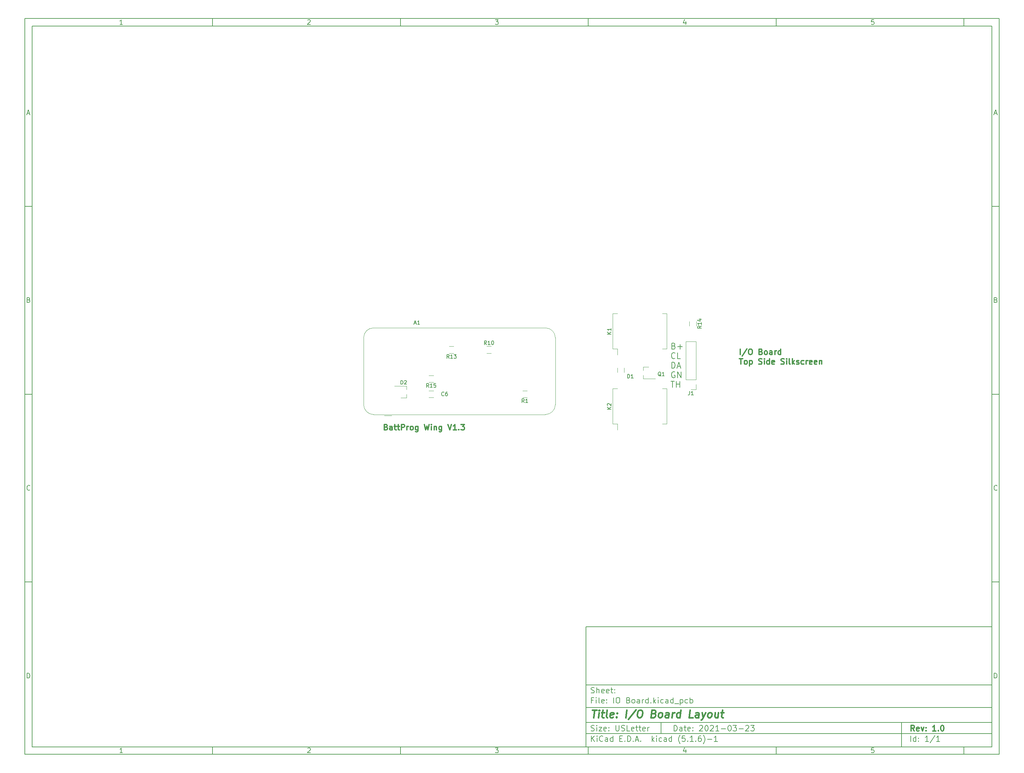
<source format=gbr>
G04 #@! TF.GenerationSoftware,KiCad,Pcbnew,(5.1.6)-1*
G04 #@! TF.CreationDate,2021-03-23T17:10:19-04:00*
G04 #@! TF.ProjectId,IO Board,494f2042-6f61-4726-942e-6b696361645f,1.0*
G04 #@! TF.SameCoordinates,Original*
G04 #@! TF.FileFunction,Legend,Top*
G04 #@! TF.FilePolarity,Positive*
%FSLAX46Y46*%
G04 Gerber Fmt 4.6, Leading zero omitted, Abs format (unit mm)*
G04 Created by KiCad (PCBNEW (5.1.6)-1) date 2021-03-23 17:10:19*
%MOMM*%
%LPD*%
G01*
G04 APERTURE LIST*
%ADD10C,0.100000*%
%ADD11C,0.150000*%
%ADD12C,0.300000*%
%ADD13C,0.400000*%
%ADD14C,0.120000*%
%ADD15C,1.600000*%
%ADD16R,1.600000X1.600000*%
%ADD17R,1.900000X0.800000*%
%ADD18R,1.700000X1.700000*%
%ADD19O,1.700000X1.700000*%
%ADD20R,1.000000X3.000000*%
G04 APERTURE END LIST*
D10*
D11*
X159400000Y-171900000D02*
X159400000Y-203900000D01*
X267400000Y-203900000D01*
X267400000Y-171900000D01*
X159400000Y-171900000D01*
D10*
D11*
X10000000Y-10000000D02*
X10000000Y-205900000D01*
X269400000Y-205900000D01*
X269400000Y-10000000D01*
X10000000Y-10000000D01*
D10*
D11*
X12000000Y-12000000D02*
X12000000Y-203900000D01*
X267400000Y-203900000D01*
X267400000Y-12000000D01*
X12000000Y-12000000D01*
D10*
D11*
X60000000Y-12000000D02*
X60000000Y-10000000D01*
D10*
D11*
X110000000Y-12000000D02*
X110000000Y-10000000D01*
D10*
D11*
X160000000Y-12000000D02*
X160000000Y-10000000D01*
D10*
D11*
X210000000Y-12000000D02*
X210000000Y-10000000D01*
D10*
D11*
X260000000Y-12000000D02*
X260000000Y-10000000D01*
D10*
D11*
X36065476Y-11588095D02*
X35322619Y-11588095D01*
X35694047Y-11588095D02*
X35694047Y-10288095D01*
X35570238Y-10473809D01*
X35446428Y-10597619D01*
X35322619Y-10659523D01*
D10*
D11*
X85322619Y-10411904D02*
X85384523Y-10350000D01*
X85508333Y-10288095D01*
X85817857Y-10288095D01*
X85941666Y-10350000D01*
X86003571Y-10411904D01*
X86065476Y-10535714D01*
X86065476Y-10659523D01*
X86003571Y-10845238D01*
X85260714Y-11588095D01*
X86065476Y-11588095D01*
D10*
D11*
X135260714Y-10288095D02*
X136065476Y-10288095D01*
X135632142Y-10783333D01*
X135817857Y-10783333D01*
X135941666Y-10845238D01*
X136003571Y-10907142D01*
X136065476Y-11030952D01*
X136065476Y-11340476D01*
X136003571Y-11464285D01*
X135941666Y-11526190D01*
X135817857Y-11588095D01*
X135446428Y-11588095D01*
X135322619Y-11526190D01*
X135260714Y-11464285D01*
D10*
D11*
X185941666Y-10721428D02*
X185941666Y-11588095D01*
X185632142Y-10226190D02*
X185322619Y-11154761D01*
X186127380Y-11154761D01*
D10*
D11*
X236003571Y-10288095D02*
X235384523Y-10288095D01*
X235322619Y-10907142D01*
X235384523Y-10845238D01*
X235508333Y-10783333D01*
X235817857Y-10783333D01*
X235941666Y-10845238D01*
X236003571Y-10907142D01*
X236065476Y-11030952D01*
X236065476Y-11340476D01*
X236003571Y-11464285D01*
X235941666Y-11526190D01*
X235817857Y-11588095D01*
X235508333Y-11588095D01*
X235384523Y-11526190D01*
X235322619Y-11464285D01*
D10*
D11*
X60000000Y-203900000D02*
X60000000Y-205900000D01*
D10*
D11*
X110000000Y-203900000D02*
X110000000Y-205900000D01*
D10*
D11*
X160000000Y-203900000D02*
X160000000Y-205900000D01*
D10*
D11*
X210000000Y-203900000D02*
X210000000Y-205900000D01*
D10*
D11*
X260000000Y-203900000D02*
X260000000Y-205900000D01*
D10*
D11*
X36065476Y-205488095D02*
X35322619Y-205488095D01*
X35694047Y-205488095D02*
X35694047Y-204188095D01*
X35570238Y-204373809D01*
X35446428Y-204497619D01*
X35322619Y-204559523D01*
D10*
D11*
X85322619Y-204311904D02*
X85384523Y-204250000D01*
X85508333Y-204188095D01*
X85817857Y-204188095D01*
X85941666Y-204250000D01*
X86003571Y-204311904D01*
X86065476Y-204435714D01*
X86065476Y-204559523D01*
X86003571Y-204745238D01*
X85260714Y-205488095D01*
X86065476Y-205488095D01*
D10*
D11*
X135260714Y-204188095D02*
X136065476Y-204188095D01*
X135632142Y-204683333D01*
X135817857Y-204683333D01*
X135941666Y-204745238D01*
X136003571Y-204807142D01*
X136065476Y-204930952D01*
X136065476Y-205240476D01*
X136003571Y-205364285D01*
X135941666Y-205426190D01*
X135817857Y-205488095D01*
X135446428Y-205488095D01*
X135322619Y-205426190D01*
X135260714Y-205364285D01*
D10*
D11*
X185941666Y-204621428D02*
X185941666Y-205488095D01*
X185632142Y-204126190D02*
X185322619Y-205054761D01*
X186127380Y-205054761D01*
D10*
D11*
X236003571Y-204188095D02*
X235384523Y-204188095D01*
X235322619Y-204807142D01*
X235384523Y-204745238D01*
X235508333Y-204683333D01*
X235817857Y-204683333D01*
X235941666Y-204745238D01*
X236003571Y-204807142D01*
X236065476Y-204930952D01*
X236065476Y-205240476D01*
X236003571Y-205364285D01*
X235941666Y-205426190D01*
X235817857Y-205488095D01*
X235508333Y-205488095D01*
X235384523Y-205426190D01*
X235322619Y-205364285D01*
D10*
D11*
X10000000Y-60000000D02*
X12000000Y-60000000D01*
D10*
D11*
X10000000Y-110000000D02*
X12000000Y-110000000D01*
D10*
D11*
X10000000Y-160000000D02*
X12000000Y-160000000D01*
D10*
D11*
X10690476Y-35216666D02*
X11309523Y-35216666D01*
X10566666Y-35588095D02*
X11000000Y-34288095D01*
X11433333Y-35588095D01*
D10*
D11*
X11092857Y-84907142D02*
X11278571Y-84969047D01*
X11340476Y-85030952D01*
X11402380Y-85154761D01*
X11402380Y-85340476D01*
X11340476Y-85464285D01*
X11278571Y-85526190D01*
X11154761Y-85588095D01*
X10659523Y-85588095D01*
X10659523Y-84288095D01*
X11092857Y-84288095D01*
X11216666Y-84350000D01*
X11278571Y-84411904D01*
X11340476Y-84535714D01*
X11340476Y-84659523D01*
X11278571Y-84783333D01*
X11216666Y-84845238D01*
X11092857Y-84907142D01*
X10659523Y-84907142D01*
D10*
D11*
X11402380Y-135464285D02*
X11340476Y-135526190D01*
X11154761Y-135588095D01*
X11030952Y-135588095D01*
X10845238Y-135526190D01*
X10721428Y-135402380D01*
X10659523Y-135278571D01*
X10597619Y-135030952D01*
X10597619Y-134845238D01*
X10659523Y-134597619D01*
X10721428Y-134473809D01*
X10845238Y-134350000D01*
X11030952Y-134288095D01*
X11154761Y-134288095D01*
X11340476Y-134350000D01*
X11402380Y-134411904D01*
D10*
D11*
X10659523Y-185588095D02*
X10659523Y-184288095D01*
X10969047Y-184288095D01*
X11154761Y-184350000D01*
X11278571Y-184473809D01*
X11340476Y-184597619D01*
X11402380Y-184845238D01*
X11402380Y-185030952D01*
X11340476Y-185278571D01*
X11278571Y-185402380D01*
X11154761Y-185526190D01*
X10969047Y-185588095D01*
X10659523Y-185588095D01*
D10*
D11*
X269400000Y-60000000D02*
X267400000Y-60000000D01*
D10*
D11*
X269400000Y-110000000D02*
X267400000Y-110000000D01*
D10*
D11*
X269400000Y-160000000D02*
X267400000Y-160000000D01*
D10*
D11*
X268090476Y-35216666D02*
X268709523Y-35216666D01*
X267966666Y-35588095D02*
X268400000Y-34288095D01*
X268833333Y-35588095D01*
D10*
D11*
X268492857Y-84907142D02*
X268678571Y-84969047D01*
X268740476Y-85030952D01*
X268802380Y-85154761D01*
X268802380Y-85340476D01*
X268740476Y-85464285D01*
X268678571Y-85526190D01*
X268554761Y-85588095D01*
X268059523Y-85588095D01*
X268059523Y-84288095D01*
X268492857Y-84288095D01*
X268616666Y-84350000D01*
X268678571Y-84411904D01*
X268740476Y-84535714D01*
X268740476Y-84659523D01*
X268678571Y-84783333D01*
X268616666Y-84845238D01*
X268492857Y-84907142D01*
X268059523Y-84907142D01*
D10*
D11*
X268802380Y-135464285D02*
X268740476Y-135526190D01*
X268554761Y-135588095D01*
X268430952Y-135588095D01*
X268245238Y-135526190D01*
X268121428Y-135402380D01*
X268059523Y-135278571D01*
X267997619Y-135030952D01*
X267997619Y-134845238D01*
X268059523Y-134597619D01*
X268121428Y-134473809D01*
X268245238Y-134350000D01*
X268430952Y-134288095D01*
X268554761Y-134288095D01*
X268740476Y-134350000D01*
X268802380Y-134411904D01*
D10*
D11*
X268059523Y-185588095D02*
X268059523Y-184288095D01*
X268369047Y-184288095D01*
X268554761Y-184350000D01*
X268678571Y-184473809D01*
X268740476Y-184597619D01*
X268802380Y-184845238D01*
X268802380Y-185030952D01*
X268740476Y-185278571D01*
X268678571Y-185402380D01*
X268554761Y-185526190D01*
X268369047Y-185588095D01*
X268059523Y-185588095D01*
D10*
D11*
X182832142Y-199678571D02*
X182832142Y-198178571D01*
X183189285Y-198178571D01*
X183403571Y-198250000D01*
X183546428Y-198392857D01*
X183617857Y-198535714D01*
X183689285Y-198821428D01*
X183689285Y-199035714D01*
X183617857Y-199321428D01*
X183546428Y-199464285D01*
X183403571Y-199607142D01*
X183189285Y-199678571D01*
X182832142Y-199678571D01*
X184975000Y-199678571D02*
X184975000Y-198892857D01*
X184903571Y-198750000D01*
X184760714Y-198678571D01*
X184475000Y-198678571D01*
X184332142Y-198750000D01*
X184975000Y-199607142D02*
X184832142Y-199678571D01*
X184475000Y-199678571D01*
X184332142Y-199607142D01*
X184260714Y-199464285D01*
X184260714Y-199321428D01*
X184332142Y-199178571D01*
X184475000Y-199107142D01*
X184832142Y-199107142D01*
X184975000Y-199035714D01*
X185475000Y-198678571D02*
X186046428Y-198678571D01*
X185689285Y-198178571D02*
X185689285Y-199464285D01*
X185760714Y-199607142D01*
X185903571Y-199678571D01*
X186046428Y-199678571D01*
X187117857Y-199607142D02*
X186975000Y-199678571D01*
X186689285Y-199678571D01*
X186546428Y-199607142D01*
X186475000Y-199464285D01*
X186475000Y-198892857D01*
X186546428Y-198750000D01*
X186689285Y-198678571D01*
X186975000Y-198678571D01*
X187117857Y-198750000D01*
X187189285Y-198892857D01*
X187189285Y-199035714D01*
X186475000Y-199178571D01*
X187832142Y-199535714D02*
X187903571Y-199607142D01*
X187832142Y-199678571D01*
X187760714Y-199607142D01*
X187832142Y-199535714D01*
X187832142Y-199678571D01*
X187832142Y-198750000D02*
X187903571Y-198821428D01*
X187832142Y-198892857D01*
X187760714Y-198821428D01*
X187832142Y-198750000D01*
X187832142Y-198892857D01*
X189617857Y-198321428D02*
X189689285Y-198250000D01*
X189832142Y-198178571D01*
X190189285Y-198178571D01*
X190332142Y-198250000D01*
X190403571Y-198321428D01*
X190475000Y-198464285D01*
X190475000Y-198607142D01*
X190403571Y-198821428D01*
X189546428Y-199678571D01*
X190475000Y-199678571D01*
X191403571Y-198178571D02*
X191546428Y-198178571D01*
X191689285Y-198250000D01*
X191760714Y-198321428D01*
X191832142Y-198464285D01*
X191903571Y-198750000D01*
X191903571Y-199107142D01*
X191832142Y-199392857D01*
X191760714Y-199535714D01*
X191689285Y-199607142D01*
X191546428Y-199678571D01*
X191403571Y-199678571D01*
X191260714Y-199607142D01*
X191189285Y-199535714D01*
X191117857Y-199392857D01*
X191046428Y-199107142D01*
X191046428Y-198750000D01*
X191117857Y-198464285D01*
X191189285Y-198321428D01*
X191260714Y-198250000D01*
X191403571Y-198178571D01*
X192475000Y-198321428D02*
X192546428Y-198250000D01*
X192689285Y-198178571D01*
X193046428Y-198178571D01*
X193189285Y-198250000D01*
X193260714Y-198321428D01*
X193332142Y-198464285D01*
X193332142Y-198607142D01*
X193260714Y-198821428D01*
X192403571Y-199678571D01*
X193332142Y-199678571D01*
X194760714Y-199678571D02*
X193903571Y-199678571D01*
X194332142Y-199678571D02*
X194332142Y-198178571D01*
X194189285Y-198392857D01*
X194046428Y-198535714D01*
X193903571Y-198607142D01*
X195403571Y-199107142D02*
X196546428Y-199107142D01*
X197546428Y-198178571D02*
X197689285Y-198178571D01*
X197832142Y-198250000D01*
X197903571Y-198321428D01*
X197975000Y-198464285D01*
X198046428Y-198750000D01*
X198046428Y-199107142D01*
X197975000Y-199392857D01*
X197903571Y-199535714D01*
X197832142Y-199607142D01*
X197689285Y-199678571D01*
X197546428Y-199678571D01*
X197403571Y-199607142D01*
X197332142Y-199535714D01*
X197260714Y-199392857D01*
X197189285Y-199107142D01*
X197189285Y-198750000D01*
X197260714Y-198464285D01*
X197332142Y-198321428D01*
X197403571Y-198250000D01*
X197546428Y-198178571D01*
X198546428Y-198178571D02*
X199475000Y-198178571D01*
X198975000Y-198750000D01*
X199189285Y-198750000D01*
X199332142Y-198821428D01*
X199403571Y-198892857D01*
X199475000Y-199035714D01*
X199475000Y-199392857D01*
X199403571Y-199535714D01*
X199332142Y-199607142D01*
X199189285Y-199678571D01*
X198760714Y-199678571D01*
X198617857Y-199607142D01*
X198546428Y-199535714D01*
X200117857Y-199107142D02*
X201260714Y-199107142D01*
X201903571Y-198321428D02*
X201975000Y-198250000D01*
X202117857Y-198178571D01*
X202475000Y-198178571D01*
X202617857Y-198250000D01*
X202689285Y-198321428D01*
X202760714Y-198464285D01*
X202760714Y-198607142D01*
X202689285Y-198821428D01*
X201832142Y-199678571D01*
X202760714Y-199678571D01*
X203260714Y-198178571D02*
X204189285Y-198178571D01*
X203689285Y-198750000D01*
X203903571Y-198750000D01*
X204046428Y-198821428D01*
X204117857Y-198892857D01*
X204189285Y-199035714D01*
X204189285Y-199392857D01*
X204117857Y-199535714D01*
X204046428Y-199607142D01*
X203903571Y-199678571D01*
X203475000Y-199678571D01*
X203332142Y-199607142D01*
X203260714Y-199535714D01*
D10*
D11*
X159400000Y-200400000D02*
X267400000Y-200400000D01*
D10*
D11*
X160832142Y-202478571D02*
X160832142Y-200978571D01*
X161689285Y-202478571D02*
X161046428Y-201621428D01*
X161689285Y-200978571D02*
X160832142Y-201835714D01*
X162332142Y-202478571D02*
X162332142Y-201478571D01*
X162332142Y-200978571D02*
X162260714Y-201050000D01*
X162332142Y-201121428D01*
X162403571Y-201050000D01*
X162332142Y-200978571D01*
X162332142Y-201121428D01*
X163903571Y-202335714D02*
X163832142Y-202407142D01*
X163617857Y-202478571D01*
X163475000Y-202478571D01*
X163260714Y-202407142D01*
X163117857Y-202264285D01*
X163046428Y-202121428D01*
X162975000Y-201835714D01*
X162975000Y-201621428D01*
X163046428Y-201335714D01*
X163117857Y-201192857D01*
X163260714Y-201050000D01*
X163475000Y-200978571D01*
X163617857Y-200978571D01*
X163832142Y-201050000D01*
X163903571Y-201121428D01*
X165189285Y-202478571D02*
X165189285Y-201692857D01*
X165117857Y-201550000D01*
X164975000Y-201478571D01*
X164689285Y-201478571D01*
X164546428Y-201550000D01*
X165189285Y-202407142D02*
X165046428Y-202478571D01*
X164689285Y-202478571D01*
X164546428Y-202407142D01*
X164475000Y-202264285D01*
X164475000Y-202121428D01*
X164546428Y-201978571D01*
X164689285Y-201907142D01*
X165046428Y-201907142D01*
X165189285Y-201835714D01*
X166546428Y-202478571D02*
X166546428Y-200978571D01*
X166546428Y-202407142D02*
X166403571Y-202478571D01*
X166117857Y-202478571D01*
X165975000Y-202407142D01*
X165903571Y-202335714D01*
X165832142Y-202192857D01*
X165832142Y-201764285D01*
X165903571Y-201621428D01*
X165975000Y-201550000D01*
X166117857Y-201478571D01*
X166403571Y-201478571D01*
X166546428Y-201550000D01*
X168403571Y-201692857D02*
X168903571Y-201692857D01*
X169117857Y-202478571D02*
X168403571Y-202478571D01*
X168403571Y-200978571D01*
X169117857Y-200978571D01*
X169760714Y-202335714D02*
X169832142Y-202407142D01*
X169760714Y-202478571D01*
X169689285Y-202407142D01*
X169760714Y-202335714D01*
X169760714Y-202478571D01*
X170475000Y-202478571D02*
X170475000Y-200978571D01*
X170832142Y-200978571D01*
X171046428Y-201050000D01*
X171189285Y-201192857D01*
X171260714Y-201335714D01*
X171332142Y-201621428D01*
X171332142Y-201835714D01*
X171260714Y-202121428D01*
X171189285Y-202264285D01*
X171046428Y-202407142D01*
X170832142Y-202478571D01*
X170475000Y-202478571D01*
X171975000Y-202335714D02*
X172046428Y-202407142D01*
X171975000Y-202478571D01*
X171903571Y-202407142D01*
X171975000Y-202335714D01*
X171975000Y-202478571D01*
X172617857Y-202050000D02*
X173332142Y-202050000D01*
X172475000Y-202478571D02*
X172975000Y-200978571D01*
X173475000Y-202478571D01*
X173975000Y-202335714D02*
X174046428Y-202407142D01*
X173975000Y-202478571D01*
X173903571Y-202407142D01*
X173975000Y-202335714D01*
X173975000Y-202478571D01*
X176975000Y-202478571D02*
X176975000Y-200978571D01*
X177117857Y-201907142D02*
X177546428Y-202478571D01*
X177546428Y-201478571D02*
X176975000Y-202050000D01*
X178189285Y-202478571D02*
X178189285Y-201478571D01*
X178189285Y-200978571D02*
X178117857Y-201050000D01*
X178189285Y-201121428D01*
X178260714Y-201050000D01*
X178189285Y-200978571D01*
X178189285Y-201121428D01*
X179546428Y-202407142D02*
X179403571Y-202478571D01*
X179117857Y-202478571D01*
X178975000Y-202407142D01*
X178903571Y-202335714D01*
X178832142Y-202192857D01*
X178832142Y-201764285D01*
X178903571Y-201621428D01*
X178975000Y-201550000D01*
X179117857Y-201478571D01*
X179403571Y-201478571D01*
X179546428Y-201550000D01*
X180832142Y-202478571D02*
X180832142Y-201692857D01*
X180760714Y-201550000D01*
X180617857Y-201478571D01*
X180332142Y-201478571D01*
X180189285Y-201550000D01*
X180832142Y-202407142D02*
X180689285Y-202478571D01*
X180332142Y-202478571D01*
X180189285Y-202407142D01*
X180117857Y-202264285D01*
X180117857Y-202121428D01*
X180189285Y-201978571D01*
X180332142Y-201907142D01*
X180689285Y-201907142D01*
X180832142Y-201835714D01*
X182189285Y-202478571D02*
X182189285Y-200978571D01*
X182189285Y-202407142D02*
X182046428Y-202478571D01*
X181760714Y-202478571D01*
X181617857Y-202407142D01*
X181546428Y-202335714D01*
X181475000Y-202192857D01*
X181475000Y-201764285D01*
X181546428Y-201621428D01*
X181617857Y-201550000D01*
X181760714Y-201478571D01*
X182046428Y-201478571D01*
X182189285Y-201550000D01*
X184475000Y-203050000D02*
X184403571Y-202978571D01*
X184260714Y-202764285D01*
X184189285Y-202621428D01*
X184117857Y-202407142D01*
X184046428Y-202050000D01*
X184046428Y-201764285D01*
X184117857Y-201407142D01*
X184189285Y-201192857D01*
X184260714Y-201050000D01*
X184403571Y-200835714D01*
X184475000Y-200764285D01*
X185760714Y-200978571D02*
X185046428Y-200978571D01*
X184975000Y-201692857D01*
X185046428Y-201621428D01*
X185189285Y-201550000D01*
X185546428Y-201550000D01*
X185689285Y-201621428D01*
X185760714Y-201692857D01*
X185832142Y-201835714D01*
X185832142Y-202192857D01*
X185760714Y-202335714D01*
X185689285Y-202407142D01*
X185546428Y-202478571D01*
X185189285Y-202478571D01*
X185046428Y-202407142D01*
X184975000Y-202335714D01*
X186475000Y-202335714D02*
X186546428Y-202407142D01*
X186475000Y-202478571D01*
X186403571Y-202407142D01*
X186475000Y-202335714D01*
X186475000Y-202478571D01*
X187975000Y-202478571D02*
X187117857Y-202478571D01*
X187546428Y-202478571D02*
X187546428Y-200978571D01*
X187403571Y-201192857D01*
X187260714Y-201335714D01*
X187117857Y-201407142D01*
X188617857Y-202335714D02*
X188689285Y-202407142D01*
X188617857Y-202478571D01*
X188546428Y-202407142D01*
X188617857Y-202335714D01*
X188617857Y-202478571D01*
X189975000Y-200978571D02*
X189689285Y-200978571D01*
X189546428Y-201050000D01*
X189475000Y-201121428D01*
X189332142Y-201335714D01*
X189260714Y-201621428D01*
X189260714Y-202192857D01*
X189332142Y-202335714D01*
X189403571Y-202407142D01*
X189546428Y-202478571D01*
X189832142Y-202478571D01*
X189975000Y-202407142D01*
X190046428Y-202335714D01*
X190117857Y-202192857D01*
X190117857Y-201835714D01*
X190046428Y-201692857D01*
X189975000Y-201621428D01*
X189832142Y-201550000D01*
X189546428Y-201550000D01*
X189403571Y-201621428D01*
X189332142Y-201692857D01*
X189260714Y-201835714D01*
X190617857Y-203050000D02*
X190689285Y-202978571D01*
X190832142Y-202764285D01*
X190903571Y-202621428D01*
X190975000Y-202407142D01*
X191046428Y-202050000D01*
X191046428Y-201764285D01*
X190975000Y-201407142D01*
X190903571Y-201192857D01*
X190832142Y-201050000D01*
X190689285Y-200835714D01*
X190617857Y-200764285D01*
X191760714Y-201907142D02*
X192903571Y-201907142D01*
X194403571Y-202478571D02*
X193546428Y-202478571D01*
X193975000Y-202478571D02*
X193975000Y-200978571D01*
X193832142Y-201192857D01*
X193689285Y-201335714D01*
X193546428Y-201407142D01*
D10*
D11*
X159400000Y-197400000D02*
X267400000Y-197400000D01*
D10*
D12*
X246809285Y-199678571D02*
X246309285Y-198964285D01*
X245952142Y-199678571D02*
X245952142Y-198178571D01*
X246523571Y-198178571D01*
X246666428Y-198250000D01*
X246737857Y-198321428D01*
X246809285Y-198464285D01*
X246809285Y-198678571D01*
X246737857Y-198821428D01*
X246666428Y-198892857D01*
X246523571Y-198964285D01*
X245952142Y-198964285D01*
X248023571Y-199607142D02*
X247880714Y-199678571D01*
X247595000Y-199678571D01*
X247452142Y-199607142D01*
X247380714Y-199464285D01*
X247380714Y-198892857D01*
X247452142Y-198750000D01*
X247595000Y-198678571D01*
X247880714Y-198678571D01*
X248023571Y-198750000D01*
X248095000Y-198892857D01*
X248095000Y-199035714D01*
X247380714Y-199178571D01*
X248595000Y-198678571D02*
X248952142Y-199678571D01*
X249309285Y-198678571D01*
X249880714Y-199535714D02*
X249952142Y-199607142D01*
X249880714Y-199678571D01*
X249809285Y-199607142D01*
X249880714Y-199535714D01*
X249880714Y-199678571D01*
X249880714Y-198750000D02*
X249952142Y-198821428D01*
X249880714Y-198892857D01*
X249809285Y-198821428D01*
X249880714Y-198750000D01*
X249880714Y-198892857D01*
X252523571Y-199678571D02*
X251666428Y-199678571D01*
X252095000Y-199678571D02*
X252095000Y-198178571D01*
X251952142Y-198392857D01*
X251809285Y-198535714D01*
X251666428Y-198607142D01*
X253166428Y-199535714D02*
X253237857Y-199607142D01*
X253166428Y-199678571D01*
X253095000Y-199607142D01*
X253166428Y-199535714D01*
X253166428Y-199678571D01*
X254166428Y-198178571D02*
X254309285Y-198178571D01*
X254452142Y-198250000D01*
X254523571Y-198321428D01*
X254595000Y-198464285D01*
X254666428Y-198750000D01*
X254666428Y-199107142D01*
X254595000Y-199392857D01*
X254523571Y-199535714D01*
X254452142Y-199607142D01*
X254309285Y-199678571D01*
X254166428Y-199678571D01*
X254023571Y-199607142D01*
X253952142Y-199535714D01*
X253880714Y-199392857D01*
X253809285Y-199107142D01*
X253809285Y-198750000D01*
X253880714Y-198464285D01*
X253952142Y-198321428D01*
X254023571Y-198250000D01*
X254166428Y-198178571D01*
D10*
D11*
X160760714Y-199607142D02*
X160975000Y-199678571D01*
X161332142Y-199678571D01*
X161475000Y-199607142D01*
X161546428Y-199535714D01*
X161617857Y-199392857D01*
X161617857Y-199250000D01*
X161546428Y-199107142D01*
X161475000Y-199035714D01*
X161332142Y-198964285D01*
X161046428Y-198892857D01*
X160903571Y-198821428D01*
X160832142Y-198750000D01*
X160760714Y-198607142D01*
X160760714Y-198464285D01*
X160832142Y-198321428D01*
X160903571Y-198250000D01*
X161046428Y-198178571D01*
X161403571Y-198178571D01*
X161617857Y-198250000D01*
X162260714Y-199678571D02*
X162260714Y-198678571D01*
X162260714Y-198178571D02*
X162189285Y-198250000D01*
X162260714Y-198321428D01*
X162332142Y-198250000D01*
X162260714Y-198178571D01*
X162260714Y-198321428D01*
X162832142Y-198678571D02*
X163617857Y-198678571D01*
X162832142Y-199678571D01*
X163617857Y-199678571D01*
X164760714Y-199607142D02*
X164617857Y-199678571D01*
X164332142Y-199678571D01*
X164189285Y-199607142D01*
X164117857Y-199464285D01*
X164117857Y-198892857D01*
X164189285Y-198750000D01*
X164332142Y-198678571D01*
X164617857Y-198678571D01*
X164760714Y-198750000D01*
X164832142Y-198892857D01*
X164832142Y-199035714D01*
X164117857Y-199178571D01*
X165475000Y-199535714D02*
X165546428Y-199607142D01*
X165475000Y-199678571D01*
X165403571Y-199607142D01*
X165475000Y-199535714D01*
X165475000Y-199678571D01*
X165475000Y-198750000D02*
X165546428Y-198821428D01*
X165475000Y-198892857D01*
X165403571Y-198821428D01*
X165475000Y-198750000D01*
X165475000Y-198892857D01*
X167332142Y-198178571D02*
X167332142Y-199392857D01*
X167403571Y-199535714D01*
X167475000Y-199607142D01*
X167617857Y-199678571D01*
X167903571Y-199678571D01*
X168046428Y-199607142D01*
X168117857Y-199535714D01*
X168189285Y-199392857D01*
X168189285Y-198178571D01*
X168832142Y-199607142D02*
X169046428Y-199678571D01*
X169403571Y-199678571D01*
X169546428Y-199607142D01*
X169617857Y-199535714D01*
X169689285Y-199392857D01*
X169689285Y-199250000D01*
X169617857Y-199107142D01*
X169546428Y-199035714D01*
X169403571Y-198964285D01*
X169117857Y-198892857D01*
X168975000Y-198821428D01*
X168903571Y-198750000D01*
X168832142Y-198607142D01*
X168832142Y-198464285D01*
X168903571Y-198321428D01*
X168975000Y-198250000D01*
X169117857Y-198178571D01*
X169475000Y-198178571D01*
X169689285Y-198250000D01*
X171046428Y-199678571D02*
X170332142Y-199678571D01*
X170332142Y-198178571D01*
X172117857Y-199607142D02*
X171975000Y-199678571D01*
X171689285Y-199678571D01*
X171546428Y-199607142D01*
X171475000Y-199464285D01*
X171475000Y-198892857D01*
X171546428Y-198750000D01*
X171689285Y-198678571D01*
X171975000Y-198678571D01*
X172117857Y-198750000D01*
X172189285Y-198892857D01*
X172189285Y-199035714D01*
X171475000Y-199178571D01*
X172617857Y-198678571D02*
X173189285Y-198678571D01*
X172832142Y-198178571D02*
X172832142Y-199464285D01*
X172903571Y-199607142D01*
X173046428Y-199678571D01*
X173189285Y-199678571D01*
X173475000Y-198678571D02*
X174046428Y-198678571D01*
X173689285Y-198178571D02*
X173689285Y-199464285D01*
X173760714Y-199607142D01*
X173903571Y-199678571D01*
X174046428Y-199678571D01*
X175117857Y-199607142D02*
X174975000Y-199678571D01*
X174689285Y-199678571D01*
X174546428Y-199607142D01*
X174475000Y-199464285D01*
X174475000Y-198892857D01*
X174546428Y-198750000D01*
X174689285Y-198678571D01*
X174975000Y-198678571D01*
X175117857Y-198750000D01*
X175189285Y-198892857D01*
X175189285Y-199035714D01*
X174475000Y-199178571D01*
X175832142Y-199678571D02*
X175832142Y-198678571D01*
X175832142Y-198964285D02*
X175903571Y-198821428D01*
X175975000Y-198750000D01*
X176117857Y-198678571D01*
X176260714Y-198678571D01*
D10*
D11*
X245832142Y-202478571D02*
X245832142Y-200978571D01*
X247189285Y-202478571D02*
X247189285Y-200978571D01*
X247189285Y-202407142D02*
X247046428Y-202478571D01*
X246760714Y-202478571D01*
X246617857Y-202407142D01*
X246546428Y-202335714D01*
X246475000Y-202192857D01*
X246475000Y-201764285D01*
X246546428Y-201621428D01*
X246617857Y-201550000D01*
X246760714Y-201478571D01*
X247046428Y-201478571D01*
X247189285Y-201550000D01*
X247903571Y-202335714D02*
X247975000Y-202407142D01*
X247903571Y-202478571D01*
X247832142Y-202407142D01*
X247903571Y-202335714D01*
X247903571Y-202478571D01*
X247903571Y-201550000D02*
X247975000Y-201621428D01*
X247903571Y-201692857D01*
X247832142Y-201621428D01*
X247903571Y-201550000D01*
X247903571Y-201692857D01*
X250546428Y-202478571D02*
X249689285Y-202478571D01*
X250117857Y-202478571D02*
X250117857Y-200978571D01*
X249975000Y-201192857D01*
X249832142Y-201335714D01*
X249689285Y-201407142D01*
X252260714Y-200907142D02*
X250975000Y-202835714D01*
X253546428Y-202478571D02*
X252689285Y-202478571D01*
X253117857Y-202478571D02*
X253117857Y-200978571D01*
X252975000Y-201192857D01*
X252832142Y-201335714D01*
X252689285Y-201407142D01*
D10*
D11*
X159400000Y-193400000D02*
X267400000Y-193400000D01*
D10*
D13*
X161112380Y-194104761D02*
X162255238Y-194104761D01*
X161433809Y-196104761D02*
X161683809Y-194104761D01*
X162671904Y-196104761D02*
X162838571Y-194771428D01*
X162921904Y-194104761D02*
X162814761Y-194200000D01*
X162898095Y-194295238D01*
X163005238Y-194200000D01*
X162921904Y-194104761D01*
X162898095Y-194295238D01*
X163505238Y-194771428D02*
X164267142Y-194771428D01*
X163874285Y-194104761D02*
X163660000Y-195819047D01*
X163731428Y-196009523D01*
X163910000Y-196104761D01*
X164100476Y-196104761D01*
X165052857Y-196104761D02*
X164874285Y-196009523D01*
X164802857Y-195819047D01*
X165017142Y-194104761D01*
X166588571Y-196009523D02*
X166386190Y-196104761D01*
X166005238Y-196104761D01*
X165826666Y-196009523D01*
X165755238Y-195819047D01*
X165850476Y-195057142D01*
X165969523Y-194866666D01*
X166171904Y-194771428D01*
X166552857Y-194771428D01*
X166731428Y-194866666D01*
X166802857Y-195057142D01*
X166779047Y-195247619D01*
X165802857Y-195438095D01*
X167552857Y-195914285D02*
X167636190Y-196009523D01*
X167529047Y-196104761D01*
X167445714Y-196009523D01*
X167552857Y-195914285D01*
X167529047Y-196104761D01*
X167683809Y-194866666D02*
X167767142Y-194961904D01*
X167660000Y-195057142D01*
X167576666Y-194961904D01*
X167683809Y-194866666D01*
X167660000Y-195057142D01*
X170005238Y-196104761D02*
X170255238Y-194104761D01*
X172648095Y-194009523D02*
X170612380Y-196580952D01*
X173683809Y-194104761D02*
X174064761Y-194104761D01*
X174243333Y-194200000D01*
X174410000Y-194390476D01*
X174457619Y-194771428D01*
X174374285Y-195438095D01*
X174231428Y-195819047D01*
X174017142Y-196009523D01*
X173814761Y-196104761D01*
X173433809Y-196104761D01*
X173255238Y-196009523D01*
X173088571Y-195819047D01*
X173040952Y-195438095D01*
X173124285Y-194771428D01*
X173267142Y-194390476D01*
X173481428Y-194200000D01*
X173683809Y-194104761D01*
X177469523Y-195057142D02*
X177743333Y-195152380D01*
X177826666Y-195247619D01*
X177898095Y-195438095D01*
X177862380Y-195723809D01*
X177743333Y-195914285D01*
X177636190Y-196009523D01*
X177433809Y-196104761D01*
X176671904Y-196104761D01*
X176921904Y-194104761D01*
X177588571Y-194104761D01*
X177767142Y-194200000D01*
X177850476Y-194295238D01*
X177921904Y-194485714D01*
X177898095Y-194676190D01*
X177779047Y-194866666D01*
X177671904Y-194961904D01*
X177469523Y-195057142D01*
X176802857Y-195057142D01*
X178957619Y-196104761D02*
X178779047Y-196009523D01*
X178695714Y-195914285D01*
X178624285Y-195723809D01*
X178695714Y-195152380D01*
X178814761Y-194961904D01*
X178921904Y-194866666D01*
X179124285Y-194771428D01*
X179410000Y-194771428D01*
X179588571Y-194866666D01*
X179671904Y-194961904D01*
X179743333Y-195152380D01*
X179671904Y-195723809D01*
X179552857Y-195914285D01*
X179445714Y-196009523D01*
X179243333Y-196104761D01*
X178957619Y-196104761D01*
X181338571Y-196104761D02*
X181469523Y-195057142D01*
X181398095Y-194866666D01*
X181219523Y-194771428D01*
X180838571Y-194771428D01*
X180636190Y-194866666D01*
X181350476Y-196009523D02*
X181148095Y-196104761D01*
X180671904Y-196104761D01*
X180493333Y-196009523D01*
X180421904Y-195819047D01*
X180445714Y-195628571D01*
X180564761Y-195438095D01*
X180767142Y-195342857D01*
X181243333Y-195342857D01*
X181445714Y-195247619D01*
X182290952Y-196104761D02*
X182457619Y-194771428D01*
X182410000Y-195152380D02*
X182529047Y-194961904D01*
X182636190Y-194866666D01*
X182838571Y-194771428D01*
X183029047Y-194771428D01*
X184386190Y-196104761D02*
X184636190Y-194104761D01*
X184398095Y-196009523D02*
X184195714Y-196104761D01*
X183814761Y-196104761D01*
X183636190Y-196009523D01*
X183552857Y-195914285D01*
X183481428Y-195723809D01*
X183552857Y-195152380D01*
X183671904Y-194961904D01*
X183779047Y-194866666D01*
X183981428Y-194771428D01*
X184362380Y-194771428D01*
X184540952Y-194866666D01*
X187814761Y-196104761D02*
X186862380Y-196104761D01*
X187112380Y-194104761D01*
X189338571Y-196104761D02*
X189469523Y-195057142D01*
X189398095Y-194866666D01*
X189219523Y-194771428D01*
X188838571Y-194771428D01*
X188636190Y-194866666D01*
X189350476Y-196009523D02*
X189148095Y-196104761D01*
X188671904Y-196104761D01*
X188493333Y-196009523D01*
X188421904Y-195819047D01*
X188445714Y-195628571D01*
X188564761Y-195438095D01*
X188767142Y-195342857D01*
X189243333Y-195342857D01*
X189445714Y-195247619D01*
X190267142Y-194771428D02*
X190576666Y-196104761D01*
X191219523Y-194771428D02*
X190576666Y-196104761D01*
X190326666Y-196580952D01*
X190219523Y-196676190D01*
X190017142Y-196771428D01*
X192100476Y-196104761D02*
X191921904Y-196009523D01*
X191838571Y-195914285D01*
X191767142Y-195723809D01*
X191838571Y-195152380D01*
X191957619Y-194961904D01*
X192064761Y-194866666D01*
X192267142Y-194771428D01*
X192552857Y-194771428D01*
X192731428Y-194866666D01*
X192814761Y-194961904D01*
X192886190Y-195152380D01*
X192814761Y-195723809D01*
X192695714Y-195914285D01*
X192588571Y-196009523D01*
X192386190Y-196104761D01*
X192100476Y-196104761D01*
X194648095Y-194771428D02*
X194481428Y-196104761D01*
X193790952Y-194771428D02*
X193660000Y-195819047D01*
X193731428Y-196009523D01*
X193910000Y-196104761D01*
X194195714Y-196104761D01*
X194398095Y-196009523D01*
X194505238Y-195914285D01*
X195314761Y-194771428D02*
X196076666Y-194771428D01*
X195683809Y-194104761D02*
X195469523Y-195819047D01*
X195540952Y-196009523D01*
X195719523Y-196104761D01*
X195910000Y-196104761D01*
D10*
D11*
X161332142Y-191492857D02*
X160832142Y-191492857D01*
X160832142Y-192278571D02*
X160832142Y-190778571D01*
X161546428Y-190778571D01*
X162117857Y-192278571D02*
X162117857Y-191278571D01*
X162117857Y-190778571D02*
X162046428Y-190850000D01*
X162117857Y-190921428D01*
X162189285Y-190850000D01*
X162117857Y-190778571D01*
X162117857Y-190921428D01*
X163046428Y-192278571D02*
X162903571Y-192207142D01*
X162832142Y-192064285D01*
X162832142Y-190778571D01*
X164189285Y-192207142D02*
X164046428Y-192278571D01*
X163760714Y-192278571D01*
X163617857Y-192207142D01*
X163546428Y-192064285D01*
X163546428Y-191492857D01*
X163617857Y-191350000D01*
X163760714Y-191278571D01*
X164046428Y-191278571D01*
X164189285Y-191350000D01*
X164260714Y-191492857D01*
X164260714Y-191635714D01*
X163546428Y-191778571D01*
X164903571Y-192135714D02*
X164975000Y-192207142D01*
X164903571Y-192278571D01*
X164832142Y-192207142D01*
X164903571Y-192135714D01*
X164903571Y-192278571D01*
X164903571Y-191350000D02*
X164975000Y-191421428D01*
X164903571Y-191492857D01*
X164832142Y-191421428D01*
X164903571Y-191350000D01*
X164903571Y-191492857D01*
X166760714Y-192278571D02*
X166760714Y-190778571D01*
X167760714Y-190778571D02*
X168046428Y-190778571D01*
X168189285Y-190850000D01*
X168332142Y-190992857D01*
X168403571Y-191278571D01*
X168403571Y-191778571D01*
X168332142Y-192064285D01*
X168189285Y-192207142D01*
X168046428Y-192278571D01*
X167760714Y-192278571D01*
X167617857Y-192207142D01*
X167475000Y-192064285D01*
X167403571Y-191778571D01*
X167403571Y-191278571D01*
X167475000Y-190992857D01*
X167617857Y-190850000D01*
X167760714Y-190778571D01*
X170689285Y-191492857D02*
X170903571Y-191564285D01*
X170975000Y-191635714D01*
X171046428Y-191778571D01*
X171046428Y-191992857D01*
X170975000Y-192135714D01*
X170903571Y-192207142D01*
X170760714Y-192278571D01*
X170189285Y-192278571D01*
X170189285Y-190778571D01*
X170689285Y-190778571D01*
X170832142Y-190850000D01*
X170903571Y-190921428D01*
X170975000Y-191064285D01*
X170975000Y-191207142D01*
X170903571Y-191350000D01*
X170832142Y-191421428D01*
X170689285Y-191492857D01*
X170189285Y-191492857D01*
X171903571Y-192278571D02*
X171760714Y-192207142D01*
X171689285Y-192135714D01*
X171617857Y-191992857D01*
X171617857Y-191564285D01*
X171689285Y-191421428D01*
X171760714Y-191350000D01*
X171903571Y-191278571D01*
X172117857Y-191278571D01*
X172260714Y-191350000D01*
X172332142Y-191421428D01*
X172403571Y-191564285D01*
X172403571Y-191992857D01*
X172332142Y-192135714D01*
X172260714Y-192207142D01*
X172117857Y-192278571D01*
X171903571Y-192278571D01*
X173689285Y-192278571D02*
X173689285Y-191492857D01*
X173617857Y-191350000D01*
X173475000Y-191278571D01*
X173189285Y-191278571D01*
X173046428Y-191350000D01*
X173689285Y-192207142D02*
X173546428Y-192278571D01*
X173189285Y-192278571D01*
X173046428Y-192207142D01*
X172975000Y-192064285D01*
X172975000Y-191921428D01*
X173046428Y-191778571D01*
X173189285Y-191707142D01*
X173546428Y-191707142D01*
X173689285Y-191635714D01*
X174403571Y-192278571D02*
X174403571Y-191278571D01*
X174403571Y-191564285D02*
X174475000Y-191421428D01*
X174546428Y-191350000D01*
X174689285Y-191278571D01*
X174832142Y-191278571D01*
X175975000Y-192278571D02*
X175975000Y-190778571D01*
X175975000Y-192207142D02*
X175832142Y-192278571D01*
X175546428Y-192278571D01*
X175403571Y-192207142D01*
X175332142Y-192135714D01*
X175260714Y-191992857D01*
X175260714Y-191564285D01*
X175332142Y-191421428D01*
X175403571Y-191350000D01*
X175546428Y-191278571D01*
X175832142Y-191278571D01*
X175975000Y-191350000D01*
X176689285Y-192135714D02*
X176760714Y-192207142D01*
X176689285Y-192278571D01*
X176617857Y-192207142D01*
X176689285Y-192135714D01*
X176689285Y-192278571D01*
X177403571Y-192278571D02*
X177403571Y-190778571D01*
X177546428Y-191707142D02*
X177975000Y-192278571D01*
X177975000Y-191278571D02*
X177403571Y-191850000D01*
X178617857Y-192278571D02*
X178617857Y-191278571D01*
X178617857Y-190778571D02*
X178546428Y-190850000D01*
X178617857Y-190921428D01*
X178689285Y-190850000D01*
X178617857Y-190778571D01*
X178617857Y-190921428D01*
X179975000Y-192207142D02*
X179832142Y-192278571D01*
X179546428Y-192278571D01*
X179403571Y-192207142D01*
X179332142Y-192135714D01*
X179260714Y-191992857D01*
X179260714Y-191564285D01*
X179332142Y-191421428D01*
X179403571Y-191350000D01*
X179546428Y-191278571D01*
X179832142Y-191278571D01*
X179975000Y-191350000D01*
X181260714Y-192278571D02*
X181260714Y-191492857D01*
X181189285Y-191350000D01*
X181046428Y-191278571D01*
X180760714Y-191278571D01*
X180617857Y-191350000D01*
X181260714Y-192207142D02*
X181117857Y-192278571D01*
X180760714Y-192278571D01*
X180617857Y-192207142D01*
X180546428Y-192064285D01*
X180546428Y-191921428D01*
X180617857Y-191778571D01*
X180760714Y-191707142D01*
X181117857Y-191707142D01*
X181260714Y-191635714D01*
X182617857Y-192278571D02*
X182617857Y-190778571D01*
X182617857Y-192207142D02*
X182475000Y-192278571D01*
X182189285Y-192278571D01*
X182046428Y-192207142D01*
X181975000Y-192135714D01*
X181903571Y-191992857D01*
X181903571Y-191564285D01*
X181975000Y-191421428D01*
X182046428Y-191350000D01*
X182189285Y-191278571D01*
X182475000Y-191278571D01*
X182617857Y-191350000D01*
X182975000Y-192421428D02*
X184117857Y-192421428D01*
X184475000Y-191278571D02*
X184475000Y-192778571D01*
X184475000Y-191350000D02*
X184617857Y-191278571D01*
X184903571Y-191278571D01*
X185046428Y-191350000D01*
X185117857Y-191421428D01*
X185189285Y-191564285D01*
X185189285Y-191992857D01*
X185117857Y-192135714D01*
X185046428Y-192207142D01*
X184903571Y-192278571D01*
X184617857Y-192278571D01*
X184475000Y-192207142D01*
X186475000Y-192207142D02*
X186332142Y-192278571D01*
X186046428Y-192278571D01*
X185903571Y-192207142D01*
X185832142Y-192135714D01*
X185760714Y-191992857D01*
X185760714Y-191564285D01*
X185832142Y-191421428D01*
X185903571Y-191350000D01*
X186046428Y-191278571D01*
X186332142Y-191278571D01*
X186475000Y-191350000D01*
X187117857Y-192278571D02*
X187117857Y-190778571D01*
X187117857Y-191350000D02*
X187260714Y-191278571D01*
X187546428Y-191278571D01*
X187689285Y-191350000D01*
X187760714Y-191421428D01*
X187832142Y-191564285D01*
X187832142Y-191992857D01*
X187760714Y-192135714D01*
X187689285Y-192207142D01*
X187546428Y-192278571D01*
X187260714Y-192278571D01*
X187117857Y-192207142D01*
D10*
D11*
X159400000Y-187400000D02*
X267400000Y-187400000D01*
D10*
D11*
X160760714Y-189507142D02*
X160975000Y-189578571D01*
X161332142Y-189578571D01*
X161475000Y-189507142D01*
X161546428Y-189435714D01*
X161617857Y-189292857D01*
X161617857Y-189150000D01*
X161546428Y-189007142D01*
X161475000Y-188935714D01*
X161332142Y-188864285D01*
X161046428Y-188792857D01*
X160903571Y-188721428D01*
X160832142Y-188650000D01*
X160760714Y-188507142D01*
X160760714Y-188364285D01*
X160832142Y-188221428D01*
X160903571Y-188150000D01*
X161046428Y-188078571D01*
X161403571Y-188078571D01*
X161617857Y-188150000D01*
X162260714Y-189578571D02*
X162260714Y-188078571D01*
X162903571Y-189578571D02*
X162903571Y-188792857D01*
X162832142Y-188650000D01*
X162689285Y-188578571D01*
X162475000Y-188578571D01*
X162332142Y-188650000D01*
X162260714Y-188721428D01*
X164189285Y-189507142D02*
X164046428Y-189578571D01*
X163760714Y-189578571D01*
X163617857Y-189507142D01*
X163546428Y-189364285D01*
X163546428Y-188792857D01*
X163617857Y-188650000D01*
X163760714Y-188578571D01*
X164046428Y-188578571D01*
X164189285Y-188650000D01*
X164260714Y-188792857D01*
X164260714Y-188935714D01*
X163546428Y-189078571D01*
X165475000Y-189507142D02*
X165332142Y-189578571D01*
X165046428Y-189578571D01*
X164903571Y-189507142D01*
X164832142Y-189364285D01*
X164832142Y-188792857D01*
X164903571Y-188650000D01*
X165046428Y-188578571D01*
X165332142Y-188578571D01*
X165475000Y-188650000D01*
X165546428Y-188792857D01*
X165546428Y-188935714D01*
X164832142Y-189078571D01*
X165975000Y-188578571D02*
X166546428Y-188578571D01*
X166189285Y-188078571D02*
X166189285Y-189364285D01*
X166260714Y-189507142D01*
X166403571Y-189578571D01*
X166546428Y-189578571D01*
X167046428Y-189435714D02*
X167117857Y-189507142D01*
X167046428Y-189578571D01*
X166975000Y-189507142D01*
X167046428Y-189435714D01*
X167046428Y-189578571D01*
X167046428Y-188650000D02*
X167117857Y-188721428D01*
X167046428Y-188792857D01*
X166975000Y-188721428D01*
X167046428Y-188650000D01*
X167046428Y-188792857D01*
D10*
D11*
X179400000Y-197400000D02*
X179400000Y-200400000D01*
D10*
D11*
X243400000Y-197400000D02*
X243400000Y-203900000D01*
D12*
X200450142Y-99479571D02*
X200450142Y-97979571D01*
X202235857Y-97908142D02*
X200950142Y-99836714D01*
X203021571Y-97979571D02*
X203307285Y-97979571D01*
X203450142Y-98051000D01*
X203593000Y-98193857D01*
X203664428Y-98479571D01*
X203664428Y-98979571D01*
X203593000Y-99265285D01*
X203450142Y-99408142D01*
X203307285Y-99479571D01*
X203021571Y-99479571D01*
X202878714Y-99408142D01*
X202735857Y-99265285D01*
X202664428Y-98979571D01*
X202664428Y-98479571D01*
X202735857Y-98193857D01*
X202878714Y-98051000D01*
X203021571Y-97979571D01*
X205950142Y-98693857D02*
X206164428Y-98765285D01*
X206235857Y-98836714D01*
X206307285Y-98979571D01*
X206307285Y-99193857D01*
X206235857Y-99336714D01*
X206164428Y-99408142D01*
X206021571Y-99479571D01*
X205450142Y-99479571D01*
X205450142Y-97979571D01*
X205950142Y-97979571D01*
X206093000Y-98051000D01*
X206164428Y-98122428D01*
X206235857Y-98265285D01*
X206235857Y-98408142D01*
X206164428Y-98551000D01*
X206093000Y-98622428D01*
X205950142Y-98693857D01*
X205450142Y-98693857D01*
X207164428Y-99479571D02*
X207021571Y-99408142D01*
X206950142Y-99336714D01*
X206878714Y-99193857D01*
X206878714Y-98765285D01*
X206950142Y-98622428D01*
X207021571Y-98551000D01*
X207164428Y-98479571D01*
X207378714Y-98479571D01*
X207521571Y-98551000D01*
X207593000Y-98622428D01*
X207664428Y-98765285D01*
X207664428Y-99193857D01*
X207593000Y-99336714D01*
X207521571Y-99408142D01*
X207378714Y-99479571D01*
X207164428Y-99479571D01*
X208950142Y-99479571D02*
X208950142Y-98693857D01*
X208878714Y-98551000D01*
X208735857Y-98479571D01*
X208450142Y-98479571D01*
X208307285Y-98551000D01*
X208950142Y-99408142D02*
X208807285Y-99479571D01*
X208450142Y-99479571D01*
X208307285Y-99408142D01*
X208235857Y-99265285D01*
X208235857Y-99122428D01*
X208307285Y-98979571D01*
X208450142Y-98908142D01*
X208807285Y-98908142D01*
X208950142Y-98836714D01*
X209664428Y-99479571D02*
X209664428Y-98479571D01*
X209664428Y-98765285D02*
X209735857Y-98622428D01*
X209807285Y-98551000D01*
X209950142Y-98479571D01*
X210093000Y-98479571D01*
X211235857Y-99479571D02*
X211235857Y-97979571D01*
X211235857Y-99408142D02*
X211093000Y-99479571D01*
X210807285Y-99479571D01*
X210664428Y-99408142D01*
X210593000Y-99336714D01*
X210521571Y-99193857D01*
X210521571Y-98765285D01*
X210593000Y-98622428D01*
X210664428Y-98551000D01*
X210807285Y-98479571D01*
X211093000Y-98479571D01*
X211235857Y-98551000D01*
X200235857Y-100529571D02*
X201093000Y-100529571D01*
X200664428Y-102029571D02*
X200664428Y-100529571D01*
X201807285Y-102029571D02*
X201664428Y-101958142D01*
X201593000Y-101886714D01*
X201521571Y-101743857D01*
X201521571Y-101315285D01*
X201593000Y-101172428D01*
X201664428Y-101101000D01*
X201807285Y-101029571D01*
X202021571Y-101029571D01*
X202164428Y-101101000D01*
X202235857Y-101172428D01*
X202307285Y-101315285D01*
X202307285Y-101743857D01*
X202235857Y-101886714D01*
X202164428Y-101958142D01*
X202021571Y-102029571D01*
X201807285Y-102029571D01*
X202950142Y-101029571D02*
X202950142Y-102529571D01*
X202950142Y-101101000D02*
X203093000Y-101029571D01*
X203378714Y-101029571D01*
X203521571Y-101101000D01*
X203593000Y-101172428D01*
X203664428Y-101315285D01*
X203664428Y-101743857D01*
X203593000Y-101886714D01*
X203521571Y-101958142D01*
X203378714Y-102029571D01*
X203093000Y-102029571D01*
X202950142Y-101958142D01*
X205378714Y-101958142D02*
X205593000Y-102029571D01*
X205950142Y-102029571D01*
X206093000Y-101958142D01*
X206164428Y-101886714D01*
X206235857Y-101743857D01*
X206235857Y-101601000D01*
X206164428Y-101458142D01*
X206093000Y-101386714D01*
X205950142Y-101315285D01*
X205664428Y-101243857D01*
X205521571Y-101172428D01*
X205450142Y-101101000D01*
X205378714Y-100958142D01*
X205378714Y-100815285D01*
X205450142Y-100672428D01*
X205521571Y-100601000D01*
X205664428Y-100529571D01*
X206021571Y-100529571D01*
X206235857Y-100601000D01*
X206878714Y-102029571D02*
X206878714Y-101029571D01*
X206878714Y-100529571D02*
X206807285Y-100601000D01*
X206878714Y-100672428D01*
X206950142Y-100601000D01*
X206878714Y-100529571D01*
X206878714Y-100672428D01*
X208235857Y-102029571D02*
X208235857Y-100529571D01*
X208235857Y-101958142D02*
X208093000Y-102029571D01*
X207807285Y-102029571D01*
X207664428Y-101958142D01*
X207593000Y-101886714D01*
X207521571Y-101743857D01*
X207521571Y-101315285D01*
X207593000Y-101172428D01*
X207664428Y-101101000D01*
X207807285Y-101029571D01*
X208093000Y-101029571D01*
X208235857Y-101101000D01*
X209521571Y-101958142D02*
X209378714Y-102029571D01*
X209093000Y-102029571D01*
X208950142Y-101958142D01*
X208878714Y-101815285D01*
X208878714Y-101243857D01*
X208950142Y-101101000D01*
X209093000Y-101029571D01*
X209378714Y-101029571D01*
X209521571Y-101101000D01*
X209593000Y-101243857D01*
X209593000Y-101386714D01*
X208878714Y-101529571D01*
X211307285Y-101958142D02*
X211521571Y-102029571D01*
X211878714Y-102029571D01*
X212021571Y-101958142D01*
X212093000Y-101886714D01*
X212164428Y-101743857D01*
X212164428Y-101601000D01*
X212093000Y-101458142D01*
X212021571Y-101386714D01*
X211878714Y-101315285D01*
X211593000Y-101243857D01*
X211450142Y-101172428D01*
X211378714Y-101101000D01*
X211307285Y-100958142D01*
X211307285Y-100815285D01*
X211378714Y-100672428D01*
X211450142Y-100601000D01*
X211593000Y-100529571D01*
X211950142Y-100529571D01*
X212164428Y-100601000D01*
X212807285Y-102029571D02*
X212807285Y-101029571D01*
X212807285Y-100529571D02*
X212735857Y-100601000D01*
X212807285Y-100672428D01*
X212878714Y-100601000D01*
X212807285Y-100529571D01*
X212807285Y-100672428D01*
X213735857Y-102029571D02*
X213593000Y-101958142D01*
X213521571Y-101815285D01*
X213521571Y-100529571D01*
X214307285Y-102029571D02*
X214307285Y-100529571D01*
X214450142Y-101458142D02*
X214878714Y-102029571D01*
X214878714Y-101029571D02*
X214307285Y-101601000D01*
X215450142Y-101958142D02*
X215593000Y-102029571D01*
X215878714Y-102029571D01*
X216021571Y-101958142D01*
X216093000Y-101815285D01*
X216093000Y-101743857D01*
X216021571Y-101601000D01*
X215878714Y-101529571D01*
X215664428Y-101529571D01*
X215521571Y-101458142D01*
X215450142Y-101315285D01*
X215450142Y-101243857D01*
X215521571Y-101101000D01*
X215664428Y-101029571D01*
X215878714Y-101029571D01*
X216021571Y-101101000D01*
X217378714Y-101958142D02*
X217235857Y-102029571D01*
X216950142Y-102029571D01*
X216807285Y-101958142D01*
X216735857Y-101886714D01*
X216664428Y-101743857D01*
X216664428Y-101315285D01*
X216735857Y-101172428D01*
X216807285Y-101101000D01*
X216950142Y-101029571D01*
X217235857Y-101029571D01*
X217378714Y-101101000D01*
X218021571Y-102029571D02*
X218021571Y-101029571D01*
X218021571Y-101315285D02*
X218093000Y-101172428D01*
X218164428Y-101101000D01*
X218307285Y-101029571D01*
X218450142Y-101029571D01*
X219521571Y-101958142D02*
X219378714Y-102029571D01*
X219093000Y-102029571D01*
X218950142Y-101958142D01*
X218878714Y-101815285D01*
X218878714Y-101243857D01*
X218950142Y-101101000D01*
X219093000Y-101029571D01*
X219378714Y-101029571D01*
X219521571Y-101101000D01*
X219593000Y-101243857D01*
X219593000Y-101386714D01*
X218878714Y-101529571D01*
X220807285Y-101958142D02*
X220664428Y-102029571D01*
X220378714Y-102029571D01*
X220235857Y-101958142D01*
X220164428Y-101815285D01*
X220164428Y-101243857D01*
X220235857Y-101101000D01*
X220378714Y-101029571D01*
X220664428Y-101029571D01*
X220807285Y-101101000D01*
X220878714Y-101243857D01*
X220878714Y-101386714D01*
X220164428Y-101529571D01*
X221521571Y-101029571D02*
X221521571Y-102029571D01*
X221521571Y-101172428D02*
X221593000Y-101101000D01*
X221735857Y-101029571D01*
X221950142Y-101029571D01*
X222093000Y-101101000D01*
X222164428Y-101243857D01*
X222164428Y-102029571D01*
X106189142Y-118764857D02*
X106403428Y-118836285D01*
X106474857Y-118907714D01*
X106546285Y-119050571D01*
X106546285Y-119264857D01*
X106474857Y-119407714D01*
X106403428Y-119479142D01*
X106260571Y-119550571D01*
X105689142Y-119550571D01*
X105689142Y-118050571D01*
X106189142Y-118050571D01*
X106332000Y-118122000D01*
X106403428Y-118193428D01*
X106474857Y-118336285D01*
X106474857Y-118479142D01*
X106403428Y-118622000D01*
X106332000Y-118693428D01*
X106189142Y-118764857D01*
X105689142Y-118764857D01*
X107832000Y-119550571D02*
X107832000Y-118764857D01*
X107760571Y-118622000D01*
X107617714Y-118550571D01*
X107332000Y-118550571D01*
X107189142Y-118622000D01*
X107832000Y-119479142D02*
X107689142Y-119550571D01*
X107332000Y-119550571D01*
X107189142Y-119479142D01*
X107117714Y-119336285D01*
X107117714Y-119193428D01*
X107189142Y-119050571D01*
X107332000Y-118979142D01*
X107689142Y-118979142D01*
X107832000Y-118907714D01*
X108332000Y-118550571D02*
X108903428Y-118550571D01*
X108546285Y-118050571D02*
X108546285Y-119336285D01*
X108617714Y-119479142D01*
X108760571Y-119550571D01*
X108903428Y-119550571D01*
X109189142Y-118550571D02*
X109760571Y-118550571D01*
X109403428Y-118050571D02*
X109403428Y-119336285D01*
X109474857Y-119479142D01*
X109617714Y-119550571D01*
X109760571Y-119550571D01*
X110260571Y-119550571D02*
X110260571Y-118050571D01*
X110832000Y-118050571D01*
X110974857Y-118122000D01*
X111046285Y-118193428D01*
X111117714Y-118336285D01*
X111117714Y-118550571D01*
X111046285Y-118693428D01*
X110974857Y-118764857D01*
X110832000Y-118836285D01*
X110260571Y-118836285D01*
X111760571Y-119550571D02*
X111760571Y-118550571D01*
X111760571Y-118836285D02*
X111832000Y-118693428D01*
X111903428Y-118622000D01*
X112046285Y-118550571D01*
X112189142Y-118550571D01*
X112903428Y-119550571D02*
X112760571Y-119479142D01*
X112689142Y-119407714D01*
X112617714Y-119264857D01*
X112617714Y-118836285D01*
X112689142Y-118693428D01*
X112760571Y-118622000D01*
X112903428Y-118550571D01*
X113117714Y-118550571D01*
X113260571Y-118622000D01*
X113332000Y-118693428D01*
X113403428Y-118836285D01*
X113403428Y-119264857D01*
X113332000Y-119407714D01*
X113260571Y-119479142D01*
X113117714Y-119550571D01*
X112903428Y-119550571D01*
X114689142Y-118550571D02*
X114689142Y-119764857D01*
X114617714Y-119907714D01*
X114546285Y-119979142D01*
X114403428Y-120050571D01*
X114189142Y-120050571D01*
X114046285Y-119979142D01*
X114689142Y-119479142D02*
X114546285Y-119550571D01*
X114260571Y-119550571D01*
X114117714Y-119479142D01*
X114046285Y-119407714D01*
X113974857Y-119264857D01*
X113974857Y-118836285D01*
X114046285Y-118693428D01*
X114117714Y-118622000D01*
X114260571Y-118550571D01*
X114546285Y-118550571D01*
X114689142Y-118622000D01*
X116403428Y-118050571D02*
X116760571Y-119550571D01*
X117046285Y-118479142D01*
X117332000Y-119550571D01*
X117689142Y-118050571D01*
X118260571Y-119550571D02*
X118260571Y-118550571D01*
X118260571Y-118050571D02*
X118189142Y-118122000D01*
X118260571Y-118193428D01*
X118332000Y-118122000D01*
X118260571Y-118050571D01*
X118260571Y-118193428D01*
X118974857Y-118550571D02*
X118974857Y-119550571D01*
X118974857Y-118693428D02*
X119046285Y-118622000D01*
X119189142Y-118550571D01*
X119403428Y-118550571D01*
X119546285Y-118622000D01*
X119617714Y-118764857D01*
X119617714Y-119550571D01*
X120974857Y-118550571D02*
X120974857Y-119764857D01*
X120903428Y-119907714D01*
X120832000Y-119979142D01*
X120689142Y-120050571D01*
X120474857Y-120050571D01*
X120332000Y-119979142D01*
X120974857Y-119479142D02*
X120832000Y-119550571D01*
X120546285Y-119550571D01*
X120403428Y-119479142D01*
X120332000Y-119407714D01*
X120260571Y-119264857D01*
X120260571Y-118836285D01*
X120332000Y-118693428D01*
X120403428Y-118622000D01*
X120546285Y-118550571D01*
X120832000Y-118550571D01*
X120974857Y-118622000D01*
X122617714Y-118050571D02*
X123117714Y-119550571D01*
X123617714Y-118050571D01*
X124903428Y-119550571D02*
X124046285Y-119550571D01*
X124474857Y-119550571D02*
X124474857Y-118050571D01*
X124332000Y-118264857D01*
X124189142Y-118407714D01*
X124046285Y-118479142D01*
X125546285Y-119407714D02*
X125617714Y-119479142D01*
X125546285Y-119550571D01*
X125474857Y-119479142D01*
X125546285Y-119407714D01*
X125546285Y-119550571D01*
X126117714Y-118050571D02*
X127046285Y-118050571D01*
X126546285Y-118622000D01*
X126760571Y-118622000D01*
X126903428Y-118693428D01*
X126974857Y-118764857D01*
X127046285Y-118907714D01*
X127046285Y-119264857D01*
X126974857Y-119407714D01*
X126903428Y-119479142D01*
X126760571Y-119550571D01*
X126332000Y-119550571D01*
X126189142Y-119479142D01*
X126117714Y-119407714D01*
D11*
X182748785Y-97147714D02*
X182977357Y-97223904D01*
X183053547Y-97300095D01*
X183129738Y-97452476D01*
X183129738Y-97681047D01*
X183053547Y-97833428D01*
X182977357Y-97909619D01*
X182824976Y-97985809D01*
X182215452Y-97985809D01*
X182215452Y-96385809D01*
X182748785Y-96385809D01*
X182901166Y-96462000D01*
X182977357Y-96538190D01*
X183053547Y-96690571D01*
X183053547Y-96842952D01*
X182977357Y-96995333D01*
X182901166Y-97071523D01*
X182748785Y-97147714D01*
X182215452Y-97147714D01*
X183815452Y-97376285D02*
X185034500Y-97376285D01*
X184424976Y-97985809D02*
X184424976Y-96766761D01*
X183129738Y-100383428D02*
X183053547Y-100459619D01*
X182824976Y-100535809D01*
X182672595Y-100535809D01*
X182444023Y-100459619D01*
X182291642Y-100307238D01*
X182215452Y-100154857D01*
X182139261Y-99850095D01*
X182139261Y-99621523D01*
X182215452Y-99316761D01*
X182291642Y-99164380D01*
X182444023Y-99012000D01*
X182672595Y-98935809D01*
X182824976Y-98935809D01*
X183053547Y-99012000D01*
X183129738Y-99088190D01*
X184577357Y-100535809D02*
X183815452Y-100535809D01*
X183815452Y-98935809D01*
X182215452Y-103085809D02*
X182215452Y-101485809D01*
X182596404Y-101485809D01*
X182824976Y-101562000D01*
X182977357Y-101714380D01*
X183053547Y-101866761D01*
X183129738Y-102171523D01*
X183129738Y-102400095D01*
X183053547Y-102704857D01*
X182977357Y-102857238D01*
X182824976Y-103009619D01*
X182596404Y-103085809D01*
X182215452Y-103085809D01*
X183739261Y-102628666D02*
X184501166Y-102628666D01*
X183586880Y-103085809D02*
X184120214Y-101485809D01*
X184653547Y-103085809D01*
X183053547Y-104112000D02*
X182901166Y-104035809D01*
X182672595Y-104035809D01*
X182444023Y-104112000D01*
X182291642Y-104264380D01*
X182215452Y-104416761D01*
X182139261Y-104721523D01*
X182139261Y-104950095D01*
X182215452Y-105254857D01*
X182291642Y-105407238D01*
X182444023Y-105559619D01*
X182672595Y-105635809D01*
X182824976Y-105635809D01*
X183053547Y-105559619D01*
X183129738Y-105483428D01*
X183129738Y-104950095D01*
X182824976Y-104950095D01*
X183815452Y-105635809D02*
X183815452Y-104035809D01*
X184729738Y-105635809D01*
X184729738Y-104035809D01*
X181986880Y-106585809D02*
X182901166Y-106585809D01*
X182444023Y-108185809D02*
X182444023Y-106585809D01*
X183434500Y-108185809D02*
X183434500Y-106585809D01*
X183434500Y-107347714D02*
X184348785Y-107347714D01*
X184348785Y-108185809D02*
X184348785Y-106585809D01*
D14*
X124209564Y-99081000D02*
X123005436Y-99081000D01*
X124209564Y-97261000D02*
X123005436Y-97261000D01*
X117598436Y-110892000D02*
X118802564Y-110892000D01*
X117598436Y-109072000D02*
X118802564Y-109072000D01*
X107680000Y-115746000D02*
X105680000Y-115746000D01*
X100220000Y-94996000D02*
X100220000Y-112776000D01*
X151240000Y-94996000D02*
X151240000Y-112776000D01*
X102870000Y-92346000D02*
X148590000Y-92346000D01*
X102870000Y-115426000D02*
X148590000Y-115426000D01*
X151240000Y-112776000D02*
G75*
G02*
X148590000Y-115426000I-2650000J0D01*
G01*
X148590000Y-92346000D02*
G75*
G02*
X151240000Y-94996000I0J-2650000D01*
G01*
X102870000Y-115426000D02*
G75*
G02*
X100220000Y-112776000I0J2650000D01*
G01*
X100220000Y-94996000D02*
G75*
G02*
X102870000Y-92346000I2650000J0D01*
G01*
X174651000Y-102748000D02*
X174651000Y-103678000D01*
X174651000Y-105908000D02*
X174651000Y-104978000D01*
X174651000Y-105908000D02*
X177811000Y-105908000D01*
X174651000Y-102748000D02*
X176111000Y-102748000D01*
X143731064Y-109072000D02*
X142526936Y-109072000D01*
X143731064Y-110892000D02*
X142526936Y-110892000D01*
X132965436Y-97261000D02*
X134169564Y-97261000D01*
X132965436Y-99081000D02*
X134169564Y-99081000D01*
X188743000Y-90620436D02*
X188743000Y-91824564D01*
X186923000Y-90620436D02*
X186923000Y-91824564D01*
X111607000Y-110988000D02*
X111607000Y-110058000D01*
X111607000Y-107828000D02*
X111607000Y-108758000D01*
X111607000Y-107828000D02*
X108447000Y-107828000D01*
X111607000Y-110988000D02*
X110147000Y-110988000D01*
X188655000Y-95952000D02*
X185995000Y-95952000D01*
X188655000Y-106172000D02*
X188655000Y-95952000D01*
X185995000Y-106172000D02*
X185995000Y-95952000D01*
X188655000Y-106172000D02*
X185995000Y-106172000D01*
X188655000Y-107442000D02*
X188655000Y-108772000D01*
X188655000Y-108772000D02*
X187325000Y-108772000D01*
X118802564Y-106828000D02*
X117598436Y-106828000D01*
X118802564Y-105008000D02*
X117598436Y-105008000D01*
X167746000Y-102993436D02*
X167746000Y-104197564D01*
X169566000Y-102993436D02*
X169566000Y-104197564D01*
X166536000Y-88564000D02*
X167736000Y-88564000D01*
X167736000Y-97964000D02*
X167736000Y-99564000D01*
X166536000Y-97964000D02*
X167736000Y-97964000D01*
X180936000Y-88564000D02*
X179736000Y-88564000D01*
X180936000Y-97964000D02*
X179736000Y-97964000D01*
X166536000Y-97964000D02*
X166536000Y-88564000D01*
X180936000Y-88564000D02*
X180936000Y-97964000D01*
X180936000Y-108538000D02*
X180936000Y-117938000D01*
X166536000Y-117938000D02*
X166536000Y-108538000D01*
X180936000Y-117938000D02*
X179736000Y-117938000D01*
X180936000Y-108538000D02*
X179736000Y-108538000D01*
X166536000Y-117938000D02*
X167736000Y-117938000D01*
X167736000Y-117938000D02*
X167736000Y-119538000D01*
X166536000Y-108538000D02*
X167736000Y-108538000D01*
D11*
X122964642Y-100443380D02*
X122631309Y-99967190D01*
X122393214Y-100443380D02*
X122393214Y-99443380D01*
X122774166Y-99443380D01*
X122869404Y-99491000D01*
X122917023Y-99538619D01*
X122964642Y-99633857D01*
X122964642Y-99776714D01*
X122917023Y-99871952D01*
X122869404Y-99919571D01*
X122774166Y-99967190D01*
X122393214Y-99967190D01*
X123917023Y-100443380D02*
X123345595Y-100443380D01*
X123631309Y-100443380D02*
X123631309Y-99443380D01*
X123536071Y-99586238D01*
X123440833Y-99681476D01*
X123345595Y-99729095D01*
X124250357Y-99443380D02*
X124869404Y-99443380D01*
X124536071Y-99824333D01*
X124678928Y-99824333D01*
X124774166Y-99871952D01*
X124821785Y-99919571D01*
X124869404Y-100014809D01*
X124869404Y-100252904D01*
X124821785Y-100348142D01*
X124774166Y-100395761D01*
X124678928Y-100443380D01*
X124393214Y-100443380D01*
X124297976Y-100395761D01*
X124250357Y-100348142D01*
X121589833Y-110339142D02*
X121542214Y-110386761D01*
X121399357Y-110434380D01*
X121304119Y-110434380D01*
X121161261Y-110386761D01*
X121066023Y-110291523D01*
X121018404Y-110196285D01*
X120970785Y-110005809D01*
X120970785Y-109862952D01*
X121018404Y-109672476D01*
X121066023Y-109577238D01*
X121161261Y-109482000D01*
X121304119Y-109434380D01*
X121399357Y-109434380D01*
X121542214Y-109482000D01*
X121589833Y-109529619D01*
X122446976Y-109434380D02*
X122256500Y-109434380D01*
X122161261Y-109482000D01*
X122113642Y-109529619D01*
X122018404Y-109672476D01*
X121970785Y-109862952D01*
X121970785Y-110243904D01*
X122018404Y-110339142D01*
X122066023Y-110386761D01*
X122161261Y-110434380D01*
X122351738Y-110434380D01*
X122446976Y-110386761D01*
X122494595Y-110339142D01*
X122542214Y-110243904D01*
X122542214Y-110005809D01*
X122494595Y-109910571D01*
X122446976Y-109862952D01*
X122351738Y-109815333D01*
X122161261Y-109815333D01*
X122066023Y-109862952D01*
X122018404Y-109910571D01*
X121970785Y-110005809D01*
X113712714Y-91098666D02*
X114188904Y-91098666D01*
X113617476Y-91384380D02*
X113950809Y-90384380D01*
X114284142Y-91384380D01*
X115141285Y-91384380D02*
X114569857Y-91384380D01*
X114855571Y-91384380D02*
X114855571Y-90384380D01*
X114760333Y-90527238D01*
X114665095Y-90622476D01*
X114569857Y-90670095D01*
X179355761Y-105195619D02*
X179260523Y-105148000D01*
X179165285Y-105052761D01*
X179022428Y-104909904D01*
X178927190Y-104862285D01*
X178831952Y-104862285D01*
X178879571Y-105100380D02*
X178784333Y-105052761D01*
X178689095Y-104957523D01*
X178641476Y-104767047D01*
X178641476Y-104433714D01*
X178689095Y-104243238D01*
X178784333Y-104148000D01*
X178879571Y-104100380D01*
X179070047Y-104100380D01*
X179165285Y-104148000D01*
X179260523Y-104243238D01*
X179308142Y-104433714D01*
X179308142Y-104767047D01*
X179260523Y-104957523D01*
X179165285Y-105052761D01*
X179070047Y-105100380D01*
X178879571Y-105100380D01*
X180260523Y-105100380D02*
X179689095Y-105100380D01*
X179974809Y-105100380D02*
X179974809Y-104100380D01*
X179879571Y-104243238D01*
X179784333Y-104338476D01*
X179689095Y-104386095D01*
X142962333Y-112254380D02*
X142629000Y-111778190D01*
X142390904Y-112254380D02*
X142390904Y-111254380D01*
X142771857Y-111254380D01*
X142867095Y-111302000D01*
X142914714Y-111349619D01*
X142962333Y-111444857D01*
X142962333Y-111587714D01*
X142914714Y-111682952D01*
X142867095Y-111730571D01*
X142771857Y-111778190D01*
X142390904Y-111778190D01*
X143914714Y-112254380D02*
X143343285Y-112254380D01*
X143629000Y-112254380D02*
X143629000Y-111254380D01*
X143533761Y-111397238D01*
X143438523Y-111492476D01*
X143343285Y-111540095D01*
X132924642Y-96803380D02*
X132591309Y-96327190D01*
X132353214Y-96803380D02*
X132353214Y-95803380D01*
X132734166Y-95803380D01*
X132829404Y-95851000D01*
X132877023Y-95898619D01*
X132924642Y-95993857D01*
X132924642Y-96136714D01*
X132877023Y-96231952D01*
X132829404Y-96279571D01*
X132734166Y-96327190D01*
X132353214Y-96327190D01*
X133877023Y-96803380D02*
X133305595Y-96803380D01*
X133591309Y-96803380D02*
X133591309Y-95803380D01*
X133496071Y-95946238D01*
X133400833Y-96041476D01*
X133305595Y-96089095D01*
X134496071Y-95803380D02*
X134591309Y-95803380D01*
X134686547Y-95851000D01*
X134734166Y-95898619D01*
X134781785Y-95993857D01*
X134829404Y-96184333D01*
X134829404Y-96422428D01*
X134781785Y-96612904D01*
X134734166Y-96708142D01*
X134686547Y-96755761D01*
X134591309Y-96803380D01*
X134496071Y-96803380D01*
X134400833Y-96755761D01*
X134353214Y-96708142D01*
X134305595Y-96612904D01*
X134257976Y-96422428D01*
X134257976Y-96184333D01*
X134305595Y-95993857D01*
X134353214Y-95898619D01*
X134400833Y-95851000D01*
X134496071Y-95803380D01*
X190105380Y-91865357D02*
X189629190Y-92198690D01*
X190105380Y-92436785D02*
X189105380Y-92436785D01*
X189105380Y-92055833D01*
X189153000Y-91960595D01*
X189200619Y-91912976D01*
X189295857Y-91865357D01*
X189438714Y-91865357D01*
X189533952Y-91912976D01*
X189581571Y-91960595D01*
X189629190Y-92055833D01*
X189629190Y-92436785D01*
X190105380Y-90912976D02*
X190105380Y-91484404D01*
X190105380Y-91198690D02*
X189105380Y-91198690D01*
X189248238Y-91293928D01*
X189343476Y-91389166D01*
X189391095Y-91484404D01*
X189438714Y-90055833D02*
X190105380Y-90055833D01*
X189057761Y-90293928D02*
X189772047Y-90532023D01*
X189772047Y-89912976D01*
X110108904Y-107360380D02*
X110108904Y-106360380D01*
X110347000Y-106360380D01*
X110489857Y-106408000D01*
X110585095Y-106503238D01*
X110632714Y-106598476D01*
X110680333Y-106788952D01*
X110680333Y-106931809D01*
X110632714Y-107122285D01*
X110585095Y-107217523D01*
X110489857Y-107312761D01*
X110347000Y-107360380D01*
X110108904Y-107360380D01*
X111061285Y-106455619D02*
X111108904Y-106408000D01*
X111204142Y-106360380D01*
X111442238Y-106360380D01*
X111537476Y-106408000D01*
X111585095Y-106455619D01*
X111632714Y-106550857D01*
X111632714Y-106646095D01*
X111585095Y-106788952D01*
X111013666Y-107360380D01*
X111632714Y-107360380D01*
X186991666Y-109224380D02*
X186991666Y-109938666D01*
X186944047Y-110081523D01*
X186848809Y-110176761D01*
X186705952Y-110224380D01*
X186610714Y-110224380D01*
X187991666Y-110224380D02*
X187420238Y-110224380D01*
X187705952Y-110224380D02*
X187705952Y-109224380D01*
X187610714Y-109367238D01*
X187515476Y-109462476D01*
X187420238Y-109510095D01*
X117557642Y-108190380D02*
X117224309Y-107714190D01*
X116986214Y-108190380D02*
X116986214Y-107190380D01*
X117367166Y-107190380D01*
X117462404Y-107238000D01*
X117510023Y-107285619D01*
X117557642Y-107380857D01*
X117557642Y-107523714D01*
X117510023Y-107618952D01*
X117462404Y-107666571D01*
X117367166Y-107714190D01*
X116986214Y-107714190D01*
X118510023Y-108190380D02*
X117938595Y-108190380D01*
X118224309Y-108190380D02*
X118224309Y-107190380D01*
X118129071Y-107333238D01*
X118033833Y-107428476D01*
X117938595Y-107476095D01*
X119414785Y-107190380D02*
X118938595Y-107190380D01*
X118890976Y-107666571D01*
X118938595Y-107618952D01*
X119033833Y-107571333D01*
X119271928Y-107571333D01*
X119367166Y-107618952D01*
X119414785Y-107666571D01*
X119462404Y-107761809D01*
X119462404Y-107999904D01*
X119414785Y-108095142D01*
X119367166Y-108142761D01*
X119271928Y-108190380D01*
X119033833Y-108190380D01*
X118938595Y-108142761D01*
X118890976Y-108095142D01*
X170457904Y-105735380D02*
X170457904Y-104735380D01*
X170696000Y-104735380D01*
X170838857Y-104783000D01*
X170934095Y-104878238D01*
X170981714Y-104973476D01*
X171029333Y-105163952D01*
X171029333Y-105306809D01*
X170981714Y-105497285D01*
X170934095Y-105592523D01*
X170838857Y-105687761D01*
X170696000Y-105735380D01*
X170457904Y-105735380D01*
X171981714Y-105735380D02*
X171410285Y-105735380D01*
X171696000Y-105735380D02*
X171696000Y-104735380D01*
X171600761Y-104878238D01*
X171505523Y-104973476D01*
X171410285Y-105021095D01*
X166088380Y-94002095D02*
X165088380Y-94002095D01*
X166088380Y-93430666D02*
X165516952Y-93859238D01*
X165088380Y-93430666D02*
X165659809Y-94002095D01*
X166088380Y-92478285D02*
X166088380Y-93049714D01*
X166088380Y-92764000D02*
X165088380Y-92764000D01*
X165231238Y-92859238D01*
X165326476Y-92954476D01*
X165374095Y-93049714D01*
X166088380Y-113976095D02*
X165088380Y-113976095D01*
X166088380Y-113404666D02*
X165516952Y-113833238D01*
X165088380Y-113404666D02*
X165659809Y-113976095D01*
X165183619Y-113023714D02*
X165136000Y-112976095D01*
X165088380Y-112880857D01*
X165088380Y-112642761D01*
X165136000Y-112547523D01*
X165183619Y-112499904D01*
X165278857Y-112452285D01*
X165374095Y-112452285D01*
X165516952Y-112499904D01*
X166088380Y-113071333D01*
X166088380Y-112452285D01*
%LPC*%
D12*
X200450142Y-85509571D02*
X200450142Y-84009571D01*
X202235857Y-83938142D02*
X200950142Y-85866714D01*
X203021571Y-84009571D02*
X203307285Y-84009571D01*
X203450142Y-84081000D01*
X203593000Y-84223857D01*
X203664428Y-84509571D01*
X203664428Y-85009571D01*
X203593000Y-85295285D01*
X203450142Y-85438142D01*
X203307285Y-85509571D01*
X203021571Y-85509571D01*
X202878714Y-85438142D01*
X202735857Y-85295285D01*
X202664428Y-85009571D01*
X202664428Y-84509571D01*
X202735857Y-84223857D01*
X202878714Y-84081000D01*
X203021571Y-84009571D01*
X205950142Y-84723857D02*
X206164428Y-84795285D01*
X206235857Y-84866714D01*
X206307285Y-85009571D01*
X206307285Y-85223857D01*
X206235857Y-85366714D01*
X206164428Y-85438142D01*
X206021571Y-85509571D01*
X205450142Y-85509571D01*
X205450142Y-84009571D01*
X205950142Y-84009571D01*
X206093000Y-84081000D01*
X206164428Y-84152428D01*
X206235857Y-84295285D01*
X206235857Y-84438142D01*
X206164428Y-84581000D01*
X206093000Y-84652428D01*
X205950142Y-84723857D01*
X205450142Y-84723857D01*
X207164428Y-85509571D02*
X207021571Y-85438142D01*
X206950142Y-85366714D01*
X206878714Y-85223857D01*
X206878714Y-84795285D01*
X206950142Y-84652428D01*
X207021571Y-84581000D01*
X207164428Y-84509571D01*
X207378714Y-84509571D01*
X207521571Y-84581000D01*
X207593000Y-84652428D01*
X207664428Y-84795285D01*
X207664428Y-85223857D01*
X207593000Y-85366714D01*
X207521571Y-85438142D01*
X207378714Y-85509571D01*
X207164428Y-85509571D01*
X208950142Y-85509571D02*
X208950142Y-84723857D01*
X208878714Y-84581000D01*
X208735857Y-84509571D01*
X208450142Y-84509571D01*
X208307285Y-84581000D01*
X208950142Y-85438142D02*
X208807285Y-85509571D01*
X208450142Y-85509571D01*
X208307285Y-85438142D01*
X208235857Y-85295285D01*
X208235857Y-85152428D01*
X208307285Y-85009571D01*
X208450142Y-84938142D01*
X208807285Y-84938142D01*
X208950142Y-84866714D01*
X209664428Y-85509571D02*
X209664428Y-84509571D01*
X209664428Y-84795285D02*
X209735857Y-84652428D01*
X209807285Y-84581000D01*
X209950142Y-84509571D01*
X210093000Y-84509571D01*
X211235857Y-85509571D02*
X211235857Y-84009571D01*
X211235857Y-85438142D02*
X211093000Y-85509571D01*
X210807285Y-85509571D01*
X210664428Y-85438142D01*
X210593000Y-85366714D01*
X210521571Y-85223857D01*
X210521571Y-84795285D01*
X210593000Y-84652428D01*
X210664428Y-84581000D01*
X210807285Y-84509571D01*
X211093000Y-84509571D01*
X211235857Y-84581000D01*
X200950142Y-87273857D02*
X200450142Y-87273857D01*
X200450142Y-88059571D02*
X200450142Y-86559571D01*
X201164428Y-86559571D01*
X201735857Y-88059571D02*
X201735857Y-87059571D01*
X201735857Y-87345285D02*
X201807285Y-87202428D01*
X201878714Y-87131000D01*
X202021571Y-87059571D01*
X202164428Y-87059571D01*
X202878714Y-88059571D02*
X202735857Y-87988142D01*
X202664428Y-87916714D01*
X202593000Y-87773857D01*
X202593000Y-87345285D01*
X202664428Y-87202428D01*
X202735857Y-87131000D01*
X202878714Y-87059571D01*
X203093000Y-87059571D01*
X203235857Y-87131000D01*
X203307285Y-87202428D01*
X203378714Y-87345285D01*
X203378714Y-87773857D01*
X203307285Y-87916714D01*
X203235857Y-87988142D01*
X203093000Y-88059571D01*
X202878714Y-88059571D01*
X204021571Y-87059571D02*
X204021571Y-88059571D01*
X204021571Y-87202428D02*
X204093000Y-87131000D01*
X204235857Y-87059571D01*
X204450142Y-87059571D01*
X204593000Y-87131000D01*
X204664428Y-87273857D01*
X204664428Y-88059571D01*
X205164428Y-87059571D02*
X205735857Y-87059571D01*
X205378714Y-86559571D02*
X205378714Y-87845285D01*
X205450142Y-87988142D01*
X205593000Y-88059571D01*
X205735857Y-88059571D01*
X207307285Y-87988142D02*
X207521571Y-88059571D01*
X207878714Y-88059571D01*
X208021571Y-87988142D01*
X208093000Y-87916714D01*
X208164428Y-87773857D01*
X208164428Y-87631000D01*
X208093000Y-87488142D01*
X208021571Y-87416714D01*
X207878714Y-87345285D01*
X207593000Y-87273857D01*
X207450142Y-87202428D01*
X207378714Y-87131000D01*
X207307285Y-86988142D01*
X207307285Y-86845285D01*
X207378714Y-86702428D01*
X207450142Y-86631000D01*
X207593000Y-86559571D01*
X207950142Y-86559571D01*
X208164428Y-86631000D01*
X208807285Y-88059571D02*
X208807285Y-87059571D01*
X208807285Y-86559571D02*
X208735857Y-86631000D01*
X208807285Y-86702428D01*
X208878714Y-86631000D01*
X208807285Y-86559571D01*
X208807285Y-86702428D01*
X210164428Y-88059571D02*
X210164428Y-86559571D01*
X210164428Y-87988142D02*
X210021571Y-88059571D01*
X209735857Y-88059571D01*
X209593000Y-87988142D01*
X209521571Y-87916714D01*
X209450142Y-87773857D01*
X209450142Y-87345285D01*
X209521571Y-87202428D01*
X209593000Y-87131000D01*
X209735857Y-87059571D01*
X210021571Y-87059571D01*
X210164428Y-87131000D01*
X211450142Y-87988142D02*
X211307285Y-88059571D01*
X211021571Y-88059571D01*
X210878714Y-87988142D01*
X210807285Y-87845285D01*
X210807285Y-87273857D01*
X210878714Y-87131000D01*
X211021571Y-87059571D01*
X211307285Y-87059571D01*
X211450142Y-87131000D01*
X211521571Y-87273857D01*
X211521571Y-87416714D01*
X210807285Y-87559571D01*
X213235857Y-87988142D02*
X213450142Y-88059571D01*
X213807285Y-88059571D01*
X213950142Y-87988142D01*
X214021571Y-87916714D01*
X214093000Y-87773857D01*
X214093000Y-87631000D01*
X214021571Y-87488142D01*
X213950142Y-87416714D01*
X213807285Y-87345285D01*
X213521571Y-87273857D01*
X213378714Y-87202428D01*
X213307285Y-87131000D01*
X213235857Y-86988142D01*
X213235857Y-86845285D01*
X213307285Y-86702428D01*
X213378714Y-86631000D01*
X213521571Y-86559571D01*
X213878714Y-86559571D01*
X214093000Y-86631000D01*
X214950142Y-88059571D02*
X214807285Y-87988142D01*
X214735857Y-87916714D01*
X214664428Y-87773857D01*
X214664428Y-87345285D01*
X214735857Y-87202428D01*
X214807285Y-87131000D01*
X214950142Y-87059571D01*
X215164428Y-87059571D01*
X215307285Y-87131000D01*
X215378714Y-87202428D01*
X215450142Y-87345285D01*
X215450142Y-87773857D01*
X215378714Y-87916714D01*
X215307285Y-87988142D01*
X215164428Y-88059571D01*
X214950142Y-88059571D01*
X216307285Y-88059571D02*
X216164428Y-87988142D01*
X216093000Y-87845285D01*
X216093000Y-86559571D01*
X217521571Y-88059571D02*
X217521571Y-86559571D01*
X217521571Y-87988142D02*
X217378714Y-88059571D01*
X217093000Y-88059571D01*
X216950142Y-87988142D01*
X216878714Y-87916714D01*
X216807285Y-87773857D01*
X216807285Y-87345285D01*
X216878714Y-87202428D01*
X216950142Y-87131000D01*
X217093000Y-87059571D01*
X217378714Y-87059571D01*
X217521571Y-87131000D01*
X218807285Y-87988142D02*
X218664428Y-88059571D01*
X218378714Y-88059571D01*
X218235857Y-87988142D01*
X218164428Y-87845285D01*
X218164428Y-87273857D01*
X218235857Y-87131000D01*
X218378714Y-87059571D01*
X218664428Y-87059571D01*
X218807285Y-87131000D01*
X218878714Y-87273857D01*
X218878714Y-87416714D01*
X218164428Y-87559571D01*
X219521571Y-88059571D02*
X219521571Y-87059571D01*
X219521571Y-87345285D02*
X219593000Y-87202428D01*
X219664428Y-87131000D01*
X219807285Y-87059571D01*
X219950142Y-87059571D01*
X221593000Y-88059571D02*
X221593000Y-86559571D01*
X222093000Y-87631000D01*
X222593000Y-86559571D01*
X222593000Y-88059571D01*
X223950142Y-88059571D02*
X223950142Y-87273857D01*
X223878714Y-87131000D01*
X223735857Y-87059571D01*
X223450142Y-87059571D01*
X223307285Y-87131000D01*
X223950142Y-87988142D02*
X223807285Y-88059571D01*
X223450142Y-88059571D01*
X223307285Y-87988142D01*
X223235857Y-87845285D01*
X223235857Y-87702428D01*
X223307285Y-87559571D01*
X223450142Y-87488142D01*
X223807285Y-87488142D01*
X223950142Y-87416714D01*
X224593000Y-87988142D02*
X224735857Y-88059571D01*
X225021571Y-88059571D01*
X225164428Y-87988142D01*
X225235857Y-87845285D01*
X225235857Y-87773857D01*
X225164428Y-87631000D01*
X225021571Y-87559571D01*
X224807285Y-87559571D01*
X224664428Y-87488142D01*
X224593000Y-87345285D01*
X224593000Y-87273857D01*
X224664428Y-87131000D01*
X224807285Y-87059571D01*
X225021571Y-87059571D01*
X225164428Y-87131000D01*
X225878714Y-88059571D02*
X225878714Y-86559571D01*
X226021571Y-87488142D02*
X226450142Y-88059571D01*
X226450142Y-87059571D02*
X225878714Y-87631000D01*
G36*
G01*
X125807500Y-97546000D02*
X125807500Y-98796000D01*
G75*
G02*
X125557500Y-99046000I-250000J0D01*
G01*
X124632500Y-99046000D01*
G75*
G02*
X124382500Y-98796000I0J250000D01*
G01*
X124382500Y-97546000D01*
G75*
G02*
X124632500Y-97296000I250000J0D01*
G01*
X125557500Y-97296000D01*
G75*
G02*
X125807500Y-97546000I0J-250000D01*
G01*
G37*
G36*
G01*
X122832500Y-97546000D02*
X122832500Y-98796000D01*
G75*
G02*
X122582500Y-99046000I-250000J0D01*
G01*
X121657500Y-99046000D01*
G75*
G02*
X121407500Y-98796000I0J250000D01*
G01*
X121407500Y-97546000D01*
G75*
G02*
X121657500Y-97296000I250000J0D01*
G01*
X122582500Y-97296000D01*
G75*
G02*
X122832500Y-97546000I0J-250000D01*
G01*
G37*
G36*
G01*
X118975500Y-110607000D02*
X118975500Y-109357000D01*
G75*
G02*
X119225500Y-109107000I250000J0D01*
G01*
X120150500Y-109107000D01*
G75*
G02*
X120400500Y-109357000I0J-250000D01*
G01*
X120400500Y-110607000D01*
G75*
G02*
X120150500Y-110857000I-250000J0D01*
G01*
X119225500Y-110857000D01*
G75*
G02*
X118975500Y-110607000I0J250000D01*
G01*
G37*
G36*
G01*
X116000500Y-110607000D02*
X116000500Y-109357000D01*
G75*
G02*
X116250500Y-109107000I250000J0D01*
G01*
X117175500Y-109107000D01*
G75*
G02*
X117425500Y-109357000I0J-250000D01*
G01*
X117425500Y-110607000D01*
G75*
G02*
X117175500Y-110857000I-250000J0D01*
G01*
X116250500Y-110857000D01*
G75*
G02*
X116000500Y-110607000I0J250000D01*
G01*
G37*
D15*
X144780000Y-114046000D03*
X142240000Y-114046000D03*
X139700000Y-114046000D03*
X137160000Y-114046000D03*
X134620000Y-114046000D03*
X132080000Y-114046000D03*
X129540000Y-114046000D03*
X127000000Y-114046000D03*
X124460000Y-114046000D03*
X121920000Y-114046000D03*
X119380000Y-114046000D03*
X116840000Y-114046000D03*
X114300000Y-114046000D03*
X111760000Y-114046000D03*
X109220000Y-114046000D03*
D16*
X106680000Y-114046000D03*
D15*
X116840000Y-93726000D03*
X119380000Y-93726000D03*
X121920000Y-93726000D03*
X124460000Y-93726000D03*
X127000000Y-93726000D03*
X129540000Y-93726000D03*
X132080000Y-93726000D03*
X134620000Y-93726000D03*
X137160000Y-93726000D03*
X139700000Y-93726000D03*
X142240000Y-93726000D03*
X144780000Y-93726000D03*
D17*
X176911000Y-105278000D03*
X176911000Y-103378000D03*
X173911000Y-104328000D03*
G36*
G01*
X142354000Y-109357000D02*
X142354000Y-110607000D01*
G75*
G02*
X142104000Y-110857000I-250000J0D01*
G01*
X141179000Y-110857000D01*
G75*
G02*
X140929000Y-110607000I0J250000D01*
G01*
X140929000Y-109357000D01*
G75*
G02*
X141179000Y-109107000I250000J0D01*
G01*
X142104000Y-109107000D01*
G75*
G02*
X142354000Y-109357000I0J-250000D01*
G01*
G37*
G36*
G01*
X145329000Y-109357000D02*
X145329000Y-110607000D01*
G75*
G02*
X145079000Y-110857000I-250000J0D01*
G01*
X144154000Y-110857000D01*
G75*
G02*
X143904000Y-110607000I0J250000D01*
G01*
X143904000Y-109357000D01*
G75*
G02*
X144154000Y-109107000I250000J0D01*
G01*
X145079000Y-109107000D01*
G75*
G02*
X145329000Y-109357000I0J-250000D01*
G01*
G37*
G36*
G01*
X131367500Y-98796000D02*
X131367500Y-97546000D01*
G75*
G02*
X131617500Y-97296000I250000J0D01*
G01*
X132542500Y-97296000D01*
G75*
G02*
X132792500Y-97546000I0J-250000D01*
G01*
X132792500Y-98796000D01*
G75*
G02*
X132542500Y-99046000I-250000J0D01*
G01*
X131617500Y-99046000D01*
G75*
G02*
X131367500Y-98796000I0J250000D01*
G01*
G37*
G36*
G01*
X134342500Y-98796000D02*
X134342500Y-97546000D01*
G75*
G02*
X134592500Y-97296000I250000J0D01*
G01*
X135517500Y-97296000D01*
G75*
G02*
X135767500Y-97546000I0J-250000D01*
G01*
X135767500Y-98796000D01*
G75*
G02*
X135517500Y-99046000I-250000J0D01*
G01*
X134592500Y-99046000D01*
G75*
G02*
X134342500Y-98796000I0J250000D01*
G01*
G37*
G36*
G01*
X187208000Y-89022500D02*
X188458000Y-89022500D01*
G75*
G02*
X188708000Y-89272500I0J-250000D01*
G01*
X188708000Y-90197500D01*
G75*
G02*
X188458000Y-90447500I-250000J0D01*
G01*
X187208000Y-90447500D01*
G75*
G02*
X186958000Y-90197500I0J250000D01*
G01*
X186958000Y-89272500D01*
G75*
G02*
X187208000Y-89022500I250000J0D01*
G01*
G37*
G36*
G01*
X187208000Y-91997500D02*
X188458000Y-91997500D01*
G75*
G02*
X188708000Y-92247500I0J-250000D01*
G01*
X188708000Y-93172500D01*
G75*
G02*
X188458000Y-93422500I-250000J0D01*
G01*
X187208000Y-93422500D01*
G75*
G02*
X186958000Y-93172500I0J250000D01*
G01*
X186958000Y-92247500D01*
G75*
G02*
X187208000Y-91997500I250000J0D01*
G01*
G37*
X109347000Y-108458000D03*
X109347000Y-110358000D03*
X112347000Y-109408000D03*
D18*
X187325000Y-107442000D03*
D19*
X187325000Y-104902000D03*
X187325000Y-102362000D03*
X187325000Y-99822000D03*
X187325000Y-97282000D03*
G36*
G01*
X120400500Y-105293000D02*
X120400500Y-106543000D01*
G75*
G02*
X120150500Y-106793000I-250000J0D01*
G01*
X119225500Y-106793000D01*
G75*
G02*
X118975500Y-106543000I0J250000D01*
G01*
X118975500Y-105293000D01*
G75*
G02*
X119225500Y-105043000I250000J0D01*
G01*
X120150500Y-105043000D01*
G75*
G02*
X120400500Y-105293000I0J-250000D01*
G01*
G37*
G36*
G01*
X117425500Y-105293000D02*
X117425500Y-106543000D01*
G75*
G02*
X117175500Y-106793000I-250000J0D01*
G01*
X116250500Y-106793000D01*
G75*
G02*
X116000500Y-106543000I0J250000D01*
G01*
X116000500Y-105293000D01*
G75*
G02*
X116250500Y-105043000I250000J0D01*
G01*
X117175500Y-105043000D01*
G75*
G02*
X117425500Y-105293000I0J-250000D01*
G01*
G37*
G36*
G01*
X168031000Y-104370500D02*
X169281000Y-104370500D01*
G75*
G02*
X169531000Y-104620500I0J-250000D01*
G01*
X169531000Y-105545500D01*
G75*
G02*
X169281000Y-105795500I-250000J0D01*
G01*
X168031000Y-105795500D01*
G75*
G02*
X167781000Y-105545500I0J250000D01*
G01*
X167781000Y-104620500D01*
G75*
G02*
X168031000Y-104370500I250000J0D01*
G01*
G37*
G36*
G01*
X168031000Y-101395500D02*
X169281000Y-101395500D01*
G75*
G02*
X169531000Y-101645500I0J-250000D01*
G01*
X169531000Y-102570500D01*
G75*
G02*
X169281000Y-102820500I-250000J0D01*
G01*
X168031000Y-102820500D01*
G75*
G02*
X167781000Y-102570500I0J250000D01*
G01*
X167781000Y-101645500D01*
G75*
G02*
X168031000Y-101395500I250000J0D01*
G01*
G37*
D20*
X168656000Y-88484000D03*
X171196000Y-88484000D03*
X173736000Y-88484000D03*
X176276000Y-88484000D03*
X178816000Y-88484000D03*
X178816000Y-98044000D03*
X176276000Y-98044000D03*
X173736000Y-98044000D03*
X171196000Y-98044000D03*
X168656000Y-98044000D03*
X168656000Y-118018000D03*
X171196000Y-118018000D03*
X173736000Y-118018000D03*
X176276000Y-118018000D03*
X178816000Y-118018000D03*
X178816000Y-108458000D03*
X176276000Y-108458000D03*
X173736000Y-108458000D03*
X171196000Y-108458000D03*
X168656000Y-108458000D03*
M02*

</source>
